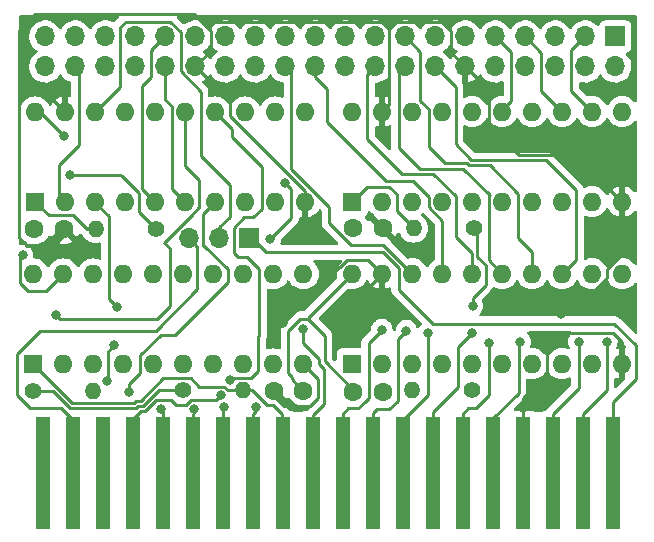
<source format=gbr>
%TF.GenerationSoftware,KiCad,Pcbnew,(6.0.7)*%
%TF.CreationDate,2023-01-26T09:38:32+00:00*%
%TF.ProjectId,CoCo_FPGA_Hat,436f436f-5f46-4504-9741-5f4861742e6b,0*%
%TF.SameCoordinates,Original*%
%TF.FileFunction,Copper,L2,Bot*%
%TF.FilePolarity,Positive*%
%FSLAX46Y46*%
G04 Gerber Fmt 4.6, Leading zero omitted, Abs format (unit mm)*
G04 Created by KiCad (PCBNEW (6.0.7)) date 2023-01-26 09:38:32*
%MOMM*%
%LPD*%
G01*
G04 APERTURE LIST*
%TA.AperFunction,ComponentPad*%
%ADD10C,1.400000*%
%TD*%
%TA.AperFunction,ComponentPad*%
%ADD11O,1.400000X1.400000*%
%TD*%
%TA.AperFunction,ComponentPad*%
%ADD12C,1.600000*%
%TD*%
%TA.AperFunction,ComponentPad*%
%ADD13R,1.600000X1.600000*%
%TD*%
%TA.AperFunction,ComponentPad*%
%ADD14O,1.600000X1.600000*%
%TD*%
%TA.AperFunction,SMDPad,CuDef*%
%ADD15R,1.270000X9.525000*%
%TD*%
%TA.AperFunction,ComponentPad*%
%ADD16R,1.700000X1.700000*%
%TD*%
%TA.AperFunction,ComponentPad*%
%ADD17O,1.700000X1.700000*%
%TD*%
%TA.AperFunction,ViaPad*%
%ADD18C,0.800000*%
%TD*%
%TA.AperFunction,Conductor*%
%ADD19C,0.250000*%
%TD*%
G04 APERTURE END LIST*
D10*
%TO.P,R1,1*%
%TO.N,Vdd*%
X75500000Y-64850000D03*
D11*
%TO.P,R1,2*%
%TO.N,Net-(P1-Pad18)*%
X80580000Y-64850000D03*
%TD*%
D12*
%TO.P,C3,1*%
%TO.N,GNDREF*%
X92430000Y-51110000D03*
%TO.P,C3,2*%
%TO.N,Vdd*%
X89930000Y-51110000D03*
%TD*%
%TO.P,C2,1*%
%TO.N,GNDREF*%
X92430000Y-64980000D03*
%TO.P,C2,2*%
%TO.N,Vdd*%
X89930000Y-64980000D03*
%TD*%
D13*
%TO.P,U1,1,DIR*%
%TO.N,Net-(P1-Pad18)*%
X62840000Y-62600000D03*
D14*
%TO.P,U1,2,A1*%
%TO.N,C_D0*%
X65380000Y-62600000D03*
%TO.P,U1,3,A2*%
%TO.N,C_D1*%
X67920000Y-62600000D03*
%TO.P,U1,4,A3*%
%TO.N,C_D2*%
X70460000Y-62600000D03*
%TO.P,U1,5,A4*%
%TO.N,C_D3*%
X73000000Y-62600000D03*
%TO.P,U1,6,A5*%
%TO.N,C_D4*%
X75540000Y-62600000D03*
%TO.P,U1,7,A6*%
%TO.N,C_D5*%
X78080000Y-62600000D03*
%TO.P,U1,8,A7*%
%TO.N,C_D6*%
X80620000Y-62600000D03*
%TO.P,U1,9,A8*%
%TO.N,C_D7*%
X83160000Y-62600000D03*
%TO.P,U1,10,GND*%
%TO.N,GNDREF*%
X85700000Y-62600000D03*
%TO.P,U1,11,B8*%
%TO.N,D7*%
X85700000Y-54980000D03*
%TO.P,U1,12,B7*%
%TO.N,D6*%
X83160000Y-54980000D03*
%TO.P,U1,13,B6*%
%TO.N,D5*%
X80620000Y-54980000D03*
%TO.P,U1,14,B5*%
%TO.N,D4*%
X78080000Y-54980000D03*
%TO.P,U1,15,B4*%
%TO.N,D3*%
X75540000Y-54980000D03*
%TO.P,U1,16,B3*%
%TO.N,D2*%
X73000000Y-54980000D03*
%TO.P,U1,17,B2*%
%TO.N,D1*%
X70460000Y-54980000D03*
%TO.P,U1,18,B1*%
%TO.N,D0*%
X67920000Y-54980000D03*
%TO.P,U1,19,/OE*%
%TO.N,{slash}C_BUSDIR*%
X65380000Y-54980000D03*
%TO.P,U1,20,Vcc*%
%TO.N,Vdd*%
X62840000Y-54980000D03*
%TD*%
D13*
%TO.P,U3,1,DIR*%
%TO.N,Net-(R3-Pad2)*%
X89845000Y-48860000D03*
D14*
%TO.P,U3,2,A1*%
%TO.N,A3*%
X92385000Y-48860000D03*
%TO.P,U3,3,A2*%
%TO.N,A5*%
X94925000Y-48860000D03*
%TO.P,U3,4,A3*%
%TO.N,A7*%
X97465000Y-48860000D03*
%TO.P,U3,5,A4*%
%TO.N,A9*%
X100005000Y-48860000D03*
%TO.P,U3,6,A5*%
%TO.N,A11*%
X102545000Y-48860000D03*
%TO.P,U3,7,A6*%
%TO.N,\u002ACTS*%
X105085000Y-48860000D03*
%TO.P,U3,8,A7*%
%TO.N,\u002ASCS*%
X107625000Y-48860000D03*
%TO.P,U3,9,A8*%
%TO.N,A14*%
X110165000Y-48860000D03*
%TO.P,U3,10,GND*%
%TO.N,GNDREF*%
X112705000Y-48860000D03*
%TO.P,U3,11,B8*%
%TO.N,C_A14*%
X112705000Y-41240000D03*
%TO.P,U3,12,B7*%
%TO.N,\u002AC_SCS*%
X110165000Y-41240000D03*
%TO.P,U3,13,B6*%
%TO.N,\u002AC_CTS*%
X107625000Y-41240000D03*
%TO.P,U3,14,B5*%
%TO.N,C_A11*%
X105085000Y-41240000D03*
%TO.P,U3,15,B4*%
%TO.N,C_A9*%
X102545000Y-41240000D03*
%TO.P,U3,16,B3*%
%TO.N,C_A7*%
X100005000Y-41240000D03*
%TO.P,U3,17,B2*%
%TO.N,C_A5*%
X97465000Y-41240000D03*
%TO.P,U3,18,B1*%
%TO.N,C_A3*%
X94925000Y-41240000D03*
%TO.P,U3,19,/OE*%
%TO.N,GNDREF*%
X92385000Y-41240000D03*
%TO.P,U3,20,Vcc*%
%TO.N,Vdd*%
X89845000Y-41240000D03*
%TD*%
D15*
%TO.P,P1,2,+12V*%
%TO.N,unconnected-(P1-Pad2)*%
X63665000Y-71829000D03*
%TO.P,P1,4,~{NMI}*%
%TO.N,\u002ANMI*%
X66205000Y-71829000D03*
%TO.P,P1,6,E*%
%TO.N,unconnected-(P1-Pad6)*%
X68745000Y-71829000D03*
%TO.P,P1,8,~{CART}*%
%TO.N,\u002ACART*%
X71285000Y-71829000D03*
%TO.P,P1,10,D0*%
%TO.N,D0*%
X73825000Y-71829000D03*
%TO.P,P1,12,D2*%
%TO.N,D2*%
X76365000Y-71829000D03*
%TO.P,P1,14,D4*%
%TO.N,D4*%
X78905000Y-71829000D03*
%TO.P,P1,16,D6*%
%TO.N,D6*%
X81445000Y-71829000D03*
%TO.P,P1,18,R/~{W}*%
%TO.N,Net-(P1-Pad18)*%
X83985000Y-71829000D03*
%TO.P,P1,20,A1*%
%TO.N,A1*%
X86525000Y-71829000D03*
%TO.P,P1,22,A3*%
%TO.N,A3*%
X89065000Y-71829000D03*
%TO.P,P1,24,A5*%
%TO.N,A5*%
X91605000Y-71829000D03*
%TO.P,P1,26,A7*%
%TO.N,A7*%
X94145000Y-71829000D03*
%TO.P,P1,28,A9*%
%TO.N,A9*%
X96685000Y-71829000D03*
%TO.P,P1,30,A11*%
%TO.N,A11*%
X99225000Y-71829000D03*
%TO.P,P1,32,~{CTS}*%
%TO.N,\u002ACTS*%
X101765000Y-71829000D03*
%TO.P,P1,34,GND@2*%
%TO.N,GNDREF*%
X104305000Y-71829000D03*
%TO.P,P1,36,~{SCS}*%
%TO.N,\u002ASCS*%
X106845000Y-71829000D03*
%TO.P,P1,38,A14*%
%TO.N,A14*%
X109385000Y-71829000D03*
%TO.P,P1,40,~{SLENB}*%
%TO.N,\u002ASLENB*%
X111925000Y-71829000D03*
%TD*%
D10*
%TO.P,R2,1*%
%TO.N,Vdd*%
X99950000Y-64810000D03*
D11*
%TO.P,R2,2*%
%TO.N,Net-(R2-Pad2)*%
X94870000Y-64810000D03*
%TD*%
D12*
%TO.P,C1,1*%
%TO.N,GNDREF*%
X83220000Y-64860000D03*
%TO.P,C1,2*%
%TO.N,Vdd*%
X85720000Y-64860000D03*
%TD*%
%TO.P,C4,1*%
%TO.N,GNDREF*%
X65440000Y-51170000D03*
%TO.P,C4,2*%
%TO.N,Vdd*%
X62940000Y-51170000D03*
%TD*%
D10*
%TO.P,R3,1*%
%TO.N,Vdd*%
X100120000Y-51130000D03*
D11*
%TO.P,R3,2*%
%TO.N,Net-(R3-Pad2)*%
X95040000Y-51130000D03*
%TD*%
D13*
%TO.P,U4,1,DIR*%
%TO.N,Net-(R4-Pad2)*%
X62995000Y-48900000D03*
D14*
%TO.P,U4,2,A1*%
%TO.N,\u002AC_NMI_SLENB*%
X65535000Y-48900000D03*
%TO.P,U4,3,A2*%
%TO.N,\u002ARESET*%
X68075000Y-48900000D03*
%TO.P,U4,4,A3*%
%TO.N,\u002ARW*%
X70615000Y-48900000D03*
%TO.P,U4,5,A4*%
%TO.N,\u002AC_HALT*%
X73155000Y-48900000D03*
%TO.P,U4,6,A5*%
%TO.N,\u002AC_CART*%
X75695000Y-48900000D03*
%TO.P,U4,7,A6*%
%TO.N,Q*%
X78235000Y-48900000D03*
%TO.P,U4,8,A7*%
%TO.N,A1*%
X80775000Y-48900000D03*
%TO.P,U4,9,A8*%
%TO.N,A0*%
X83315000Y-48900000D03*
%TO.P,U4,10,GND*%
%TO.N,GNDREF*%
X85855000Y-48900000D03*
%TO.P,U4,11,B8*%
%TO.N,C_A0*%
X85855000Y-41280000D03*
%TO.P,U4,12,B7*%
%TO.N,C_A1*%
X83315000Y-41280000D03*
%TO.P,U4,13,B6*%
%TO.N,C_Q*%
X80775000Y-41280000D03*
%TO.P,U4,14,B5*%
%TO.N,\u002ACART*%
X78235000Y-41280000D03*
%TO.P,U4,15,B4*%
%TO.N,\u002AHALT*%
X75695000Y-41280000D03*
%TO.P,U4,16,B3*%
%TO.N,\u002AC_RW*%
X73155000Y-41280000D03*
%TO.P,U4,17,B2*%
%TO.N,\u002AC_RESET*%
X70615000Y-41280000D03*
%TO.P,U4,18,B1*%
%TO.N,\u002ANMI_SLENB*%
X68075000Y-41280000D03*
%TO.P,U4,19,/OE*%
%TO.N,GNDREF*%
X65535000Y-41280000D03*
%TO.P,U4,20,Vcc*%
%TO.N,Vdd*%
X62995000Y-41280000D03*
%TD*%
D13*
%TO.P,U2,1,DIR*%
%TO.N,Net-(R2-Pad2)*%
X89840000Y-62590000D03*
D14*
%TO.P,U2,2,A1*%
%TO.N,A2*%
X92380000Y-62590000D03*
%TO.P,U2,3,A2*%
%TO.N,A4*%
X94920000Y-62590000D03*
%TO.P,U2,4,A3*%
%TO.N,A6*%
X97460000Y-62590000D03*
%TO.P,U2,5,A4*%
%TO.N,A8*%
X100000000Y-62590000D03*
%TO.P,U2,6,A5*%
%TO.N,A10*%
X102540000Y-62590000D03*
%TO.P,U2,7,A6*%
%TO.N,A12*%
X105080000Y-62590000D03*
%TO.P,U2,8,A7*%
%TO.N,A13*%
X107620000Y-62590000D03*
%TO.P,U2,9,A8*%
%TO.N,A15*%
X110160000Y-62590000D03*
%TO.P,U2,10,GND*%
%TO.N,GNDREF*%
X112700000Y-62590000D03*
%TO.P,U2,11,B8*%
%TO.N,C_A15*%
X112700000Y-54970000D03*
%TO.P,U2,12,B7*%
%TO.N,C_A13*%
X110160000Y-54970000D03*
%TO.P,U2,13,B6*%
%TO.N,C_A12*%
X107620000Y-54970000D03*
%TO.P,U2,14,B5*%
%TO.N,C_A10*%
X105080000Y-54970000D03*
%TO.P,U2,15,B4*%
%TO.N,C_A8*%
X102540000Y-54970000D03*
%TO.P,U2,16,B3*%
%TO.N,C_A6*%
X100000000Y-54970000D03*
%TO.P,U2,17,B2*%
%TO.N,C_A4*%
X97460000Y-54970000D03*
%TO.P,U2,18,B1*%
%TO.N,C_A2*%
X94920000Y-54970000D03*
%TO.P,U2,19,/OE*%
%TO.N,GNDREF*%
X92380000Y-54970000D03*
%TO.P,U2,20,Vcc*%
%TO.N,Vdd*%
X89840000Y-54970000D03*
%TD*%
D10*
%TO.P,R4,1*%
%TO.N,Vdd*%
X73210000Y-51160000D03*
D11*
%TO.P,R4,2*%
%TO.N,Net-(R4-Pad2)*%
X68130000Y-51160000D03*
%TD*%
D16*
%TO.P,IDC1,1,Pin_1*%
%TO.N,unconnected-(IDC1-Pad1)*%
X112125000Y-34885000D03*
D17*
%TO.P,IDC1,2,Pin_2*%
%TO.N,C_A15*%
X112125000Y-37425000D03*
%TO.P,IDC1,3,Pin_3*%
%TO.N,\u002AC_SCS*%
X109585000Y-34885000D03*
%TO.P,IDC1,4,Pin_4*%
%TO.N,C_A13*%
X109585000Y-37425000D03*
%TO.P,IDC1,5,Pin_5*%
%TO.N,C_A14*%
X107045000Y-34885000D03*
%TO.P,IDC1,6,Pin_6*%
%TO.N,C_A11*%
X107045000Y-37425000D03*
%TO.P,IDC1,7,Pin_7*%
%TO.N,\u002AC_CTS*%
X104505000Y-34885000D03*
%TO.P,IDC1,8,Pin_8*%
%TO.N,C_A7*%
X104505000Y-37425000D03*
%TO.P,IDC1,9,Pin_9*%
%TO.N,C_A9*%
X101965000Y-34885000D03*
%TO.P,IDC1,10,Pin_10*%
%TO.N,C_A5*%
X101965000Y-37425000D03*
%TO.P,IDC1,11,Pin_11*%
%TO.N,unconnected-(IDC1-Pad11)*%
X99425000Y-34885000D03*
%TO.P,IDC1,12,Pin_12*%
%TO.N,GNDREF*%
X99425000Y-37425000D03*
%TO.P,IDC1,13,Pin_13*%
%TO.N,C_A3*%
X96885000Y-34885000D03*
%TO.P,IDC1,14,Pin_14*%
%TO.N,C_A12*%
X96885000Y-37425000D03*
%TO.P,IDC1,15,Pin_15*%
%TO.N,C_A10*%
X94345000Y-34885000D03*
%TO.P,IDC1,16,Pin_16*%
%TO.N,C_A8*%
X94345000Y-37425000D03*
%TO.P,IDC1,17,Pin_17*%
%TO.N,{slash}C_BUSDIR*%
X91805000Y-34885000D03*
%TO.P,IDC1,18,Pin_18*%
%TO.N,C_A6*%
X91805000Y-37425000D03*
%TO.P,IDC1,19,Pin_19*%
%TO.N,unconnected-(IDC1-Pad19)*%
X89265000Y-34885000D03*
%TO.P,IDC1,20,Pin_20*%
%TO.N,C_A0*%
X89265000Y-37425000D03*
%TO.P,IDC1,21,Pin_21*%
%TO.N,unconnected-(IDC1-Pad21)*%
X86725000Y-34885000D03*
%TO.P,IDC1,22,Pin_22*%
%TO.N,C_A4*%
X86725000Y-37425000D03*
%TO.P,IDC1,23,Pin_23*%
%TO.N,C_A1*%
X84185000Y-34885000D03*
%TO.P,IDC1,24,Pin_24*%
%TO.N,C_A2*%
X84185000Y-37425000D03*
%TO.P,IDC1,25,Pin_25*%
%TO.N,C_Q*%
X81645000Y-34885000D03*
%TO.P,IDC1,26,Pin_26*%
%TO.N,C_D7*%
X81645000Y-37425000D03*
%TO.P,IDC1,27,Pin_27*%
%TO.N,C_D5*%
X79105000Y-34885000D03*
%TO.P,IDC1,28,Pin_28*%
%TO.N,C_D6*%
X79105000Y-37425000D03*
%TO.P,IDC1,29,Pin_29*%
%TO.N,Vdd*%
X76565000Y-34885000D03*
%TO.P,IDC1,30,Pin_30*%
%TO.N,GNDREF*%
X76565000Y-37425000D03*
%TO.P,IDC1,31,Pin_31*%
%TO.N,\u002AC_HALT*%
X74025000Y-34885000D03*
%TO.P,IDC1,32,Pin_32*%
%TO.N,\u002AC_CART*%
X74025000Y-37425000D03*
%TO.P,IDC1,33,Pin_33*%
%TO.N,C_D4*%
X71485000Y-34885000D03*
%TO.P,IDC1,34,Pin_34*%
%TO.N,\u002AC_RW*%
X71485000Y-37425000D03*
%TO.P,IDC1,35,Pin_35*%
%TO.N,C_D3*%
X68945000Y-34885000D03*
%TO.P,IDC1,36,Pin_36*%
%TO.N,\u002AC_RESET*%
X68945000Y-37425000D03*
%TO.P,IDC1,37,Pin_37*%
%TO.N,C_D2*%
X66405000Y-34885000D03*
%TO.P,IDC1,38,Pin_38*%
%TO.N,\u002AC_NMI_SLENB*%
X66405000Y-37425000D03*
%TO.P,IDC1,39,Pin_39*%
%TO.N,C_D1*%
X63865000Y-34885000D03*
%TO.P,IDC1,40,Pin_40*%
%TO.N,C_D0*%
X63865000Y-37425000D03*
%TD*%
D16*
%TO.P,J1,1,Pin_1*%
%TO.N,\u002ASLENB*%
X81105000Y-51960000D03*
D17*
%TO.P,J1,2,Pin_2*%
%TO.N,\u002ANMI_SLENB*%
X78565000Y-51960000D03*
%TO.P,J1,3,Pin_3*%
%TO.N,\u002ANMI*%
X76025000Y-51960000D03*
%TD*%
D10*
%TO.P,R6,1*%
%TO.N,Vdd*%
X62830000Y-64870000D03*
D11*
%TO.P,R6,2*%
%TO.N,{slash}C_BUSDIR*%
X67910000Y-64870000D03*
%TD*%
D18*
%TO.N,Vdd*%
X65410000Y-43290000D03*
X65950000Y-46580000D03*
X100030000Y-57690000D03*
%TO.N,C_D7*%
X84139705Y-47260294D03*
X82915201Y-52064799D03*
%TO.N,\u002ASCS*%
X109050000Y-60724500D03*
%TO.N,\u002AHALT*%
X64755500Y-58450000D03*
%TO.N,\u002ARESET*%
X69930000Y-57780000D03*
X69700000Y-61030000D03*
X69095450Y-64034550D03*
%TO.N,Q*%
X70920000Y-64950000D03*
%TO.N,\u002ACART*%
X78697195Y-65254996D03*
X79500000Y-63940000D03*
%TO.N,D0*%
X73638695Y-66419500D03*
%TO.N,D2*%
X76457688Y-66402312D03*
%TO.N,D4*%
X78947299Y-66222701D03*
%TO.N,D6*%
X81687084Y-66217083D03*
%TO.N,A1*%
X85660000Y-59610000D03*
%TO.N,A3*%
X92360000Y-59710000D03*
%TO.N,A5*%
X94430000Y-59790000D03*
%TO.N,A7*%
X96260000Y-60010000D03*
%TO.N,A9*%
X99990000Y-60010000D03*
%TO.N,A11*%
X101430000Y-60840000D03*
%TO.N,\u002ACTS*%
X104090000Y-60740000D03*
%TO.N,A14*%
X111400000Y-60724500D03*
%TO.N,GNDREF*%
X84020000Y-59180000D03*
X104305000Y-66135000D03*
X106360000Y-60740000D03*
X88314500Y-58604085D03*
X107510000Y-58390000D03*
%TO.N,{slash}C_BUSDIR*%
X61940000Y-53410000D03*
%TD*%
D19*
%TO.N,Vdd*%
X65410000Y-43290000D02*
X63400000Y-41280000D01*
X62890000Y-64930000D02*
X64533604Y-64930000D01*
X89840000Y-54970000D02*
X86080000Y-58730000D01*
X71738909Y-66170000D02*
X72136396Y-66170000D01*
X65948604Y-66345000D02*
X71563909Y-66345000D01*
X71563909Y-66345000D02*
X71738909Y-66170000D01*
X100030000Y-56990000D02*
X101130000Y-55890000D01*
X101130000Y-55890000D02*
X101130000Y-54230000D01*
X64533604Y-64930000D02*
X65948604Y-66345000D01*
X86080000Y-58730000D02*
X86080000Y-58800000D01*
X70200000Y-46580000D02*
X65950000Y-46580000D01*
X84760000Y-63900000D02*
X85720000Y-64860000D01*
X100450000Y-53550000D02*
X100450000Y-51460000D01*
X71770000Y-49720000D02*
X71770000Y-48151396D01*
X70340000Y-46720000D02*
X70200000Y-46580000D01*
X73456396Y-64850000D02*
X75500000Y-64850000D01*
X62830000Y-64870000D02*
X62890000Y-64930000D01*
X86080000Y-58800000D02*
X85440000Y-58800000D01*
X63400000Y-41280000D02*
X62995000Y-41280000D01*
X72136396Y-66170000D02*
X73456396Y-64850000D01*
X70850000Y-47231396D02*
X70850000Y-47230000D01*
X87500000Y-60220000D02*
X86080000Y-58800000D01*
X100450000Y-51460000D02*
X100120000Y-51130000D01*
X71770000Y-48151396D02*
X70850000Y-47231396D01*
X70850000Y-47230000D02*
X70340000Y-46720000D01*
X85440000Y-58800000D02*
X84420000Y-59820000D01*
X73210000Y-51160000D02*
X71770000Y-49720000D01*
X84760000Y-63740000D02*
X84760000Y-63900000D01*
X84420000Y-59820000D02*
X84420000Y-63400000D01*
X89930000Y-64830000D02*
X87500000Y-62400000D01*
X100030000Y-57690000D02*
X100030000Y-56990000D01*
X87500000Y-62400000D02*
X87500000Y-60220000D01*
X101130000Y-54230000D02*
X100450000Y-53550000D01*
X84420000Y-63400000D02*
X84760000Y-63740000D01*
%TO.N,\u002AC_NMI_SLENB*%
X65060000Y-48425000D02*
X65535000Y-48900000D01*
X66710000Y-37730000D02*
X66710000Y-44080000D01*
X66710000Y-44080000D02*
X65060000Y-45730000D01*
X66405000Y-37425000D02*
X66710000Y-37730000D01*
X65060000Y-45730000D02*
X65060000Y-48425000D01*
%TO.N,\u002AC_CTS*%
X105870000Y-39485000D02*
X107625000Y-41240000D01*
X104505000Y-34885000D02*
X105870000Y-36250000D01*
X105870000Y-36250000D02*
X105870000Y-39485000D01*
%TO.N,\u002AC_HALT*%
X72030000Y-47775000D02*
X72030000Y-39100000D01*
X72030000Y-39100000D02*
X72820000Y-38310000D01*
X72809999Y-38320001D02*
X72809999Y-36100001D01*
X72840000Y-36070000D02*
X74025000Y-34885000D01*
X73155000Y-48900000D02*
X72030000Y-47775000D01*
X72809999Y-36100001D02*
X74025000Y-34885000D01*
%TO.N,C_A9*%
X101965000Y-34885000D02*
X103320000Y-36240000D01*
X103320000Y-36240000D02*
X103320000Y-40360000D01*
X102545000Y-41135000D02*
X102545000Y-41240000D01*
X103320000Y-40360000D02*
X102545000Y-41135000D01*
%TO.N,C_A10*%
X103890000Y-48180000D02*
X101510000Y-45800000D01*
X94345000Y-34885000D02*
X95619278Y-36159278D01*
X103890000Y-51930000D02*
X103890000Y-48180000D01*
X95619278Y-40343287D02*
X96340000Y-41064009D01*
X99553604Y-45620000D02*
X97710000Y-45620000D01*
X95619278Y-36159278D02*
X95619278Y-40343287D01*
X105080000Y-53120000D02*
X103890000Y-51930000D01*
X96340000Y-41064009D02*
X96340000Y-44250000D01*
X101510000Y-45800000D02*
X99733604Y-45800000D01*
X105080000Y-54970000D02*
X105080000Y-53120000D01*
X96340000Y-44250000D02*
X97710000Y-45620000D01*
X99733604Y-45800000D02*
X99553604Y-45620000D01*
%TO.N,C_A6*%
X100000000Y-54970000D02*
X100000000Y-53240000D01*
X91120000Y-43560000D02*
X91120000Y-38110000D01*
X94080000Y-46520000D02*
X91120000Y-43560000D01*
X98590000Y-51830000D02*
X98590000Y-48394009D01*
X98590000Y-48394009D02*
X96715991Y-46520000D01*
X91120000Y-38110000D02*
X91805000Y-37425000D01*
X96715991Y-46520000D02*
X94080000Y-46520000D01*
X100000000Y-53240000D02*
X98590000Y-51830000D01*
%TO.N,C_A8*%
X101470000Y-48280000D02*
X99260000Y-46070000D01*
X93800000Y-44310000D02*
X93800000Y-37970000D01*
X101420000Y-53850000D02*
X101420000Y-48330000D01*
X99260000Y-46070000D02*
X95560000Y-46070000D01*
X95560000Y-46070000D02*
X93800000Y-44310000D01*
X93800000Y-37970000D02*
X94345000Y-37425000D01*
X102540000Y-54970000D02*
X101420000Y-53850000D01*
X101420000Y-48330000D02*
X101470000Y-48280000D01*
%TO.N,C_A12*%
X107620000Y-54970000D02*
X108800000Y-53790000D01*
X98590000Y-44020000D02*
X98590000Y-39130000D01*
X98590000Y-39130000D02*
X96885000Y-37425000D01*
X99920000Y-45350000D02*
X98590000Y-44020000D01*
X108800000Y-47860000D02*
X106290000Y-45350000D01*
X106290000Y-45350000D02*
X99920000Y-45350000D01*
X108800000Y-53790000D02*
X108800000Y-47860000D01*
%TO.N,C_A2*%
X84185000Y-37425000D02*
X84680000Y-37920000D01*
X87880000Y-49334009D02*
X87880000Y-50650991D01*
X89739009Y-52510000D02*
X92460000Y-52510000D01*
X87880000Y-50650991D02*
X89739009Y-52510000D01*
X84680000Y-46134009D02*
X87880000Y-49334009D01*
X92460000Y-52510000D02*
X94920000Y-54970000D01*
X84680000Y-37920000D02*
X84680000Y-46134009D01*
%TO.N,C_A4*%
X92730000Y-47140000D02*
X87750000Y-42160000D01*
X96340000Y-48460000D02*
X95020000Y-47140000D01*
X96340000Y-49350000D02*
X96340000Y-48460000D01*
X95020000Y-47140000D02*
X92730000Y-47140000D01*
X97460000Y-54970000D02*
X97460000Y-50470000D01*
X86725000Y-38285000D02*
X86725000Y-37425000D01*
X87750000Y-42160000D02*
X87750000Y-39310000D01*
X87750000Y-39310000D02*
X86725000Y-38285000D01*
X97460000Y-50470000D02*
X96340000Y-49350000D01*
%TO.N,C_D7*%
X84690000Y-50290000D02*
X84690000Y-47810589D01*
X84690000Y-47810589D02*
X84139705Y-47260294D01*
X82915201Y-52064799D02*
X84690000Y-50290000D01*
%TO.N,\u002ASLENB*%
X82550000Y-53150000D02*
X81360000Y-51960000D01*
X113830000Y-63900000D02*
X113830000Y-61000000D01*
X112050000Y-59220000D02*
X96680000Y-59220000D01*
X111925000Y-71829000D02*
X111925000Y-65805000D01*
X93790000Y-54500000D02*
X92440000Y-53150000D01*
X111925000Y-65805000D02*
X113830000Y-63900000D01*
X81360000Y-51960000D02*
X81105000Y-51960000D01*
X92440000Y-53150000D02*
X82550000Y-53150000D01*
X96680000Y-59220000D02*
X93790000Y-56330000D01*
X113830000Y-61000000D02*
X112050000Y-59220000D01*
X93790000Y-56330000D02*
X93790000Y-54500000D01*
%TO.N,\u002ANMI_SLENB*%
X74431701Y-33630000D02*
X70650000Y-33630000D01*
X77028199Y-44998199D02*
X77028199Y-39549900D01*
X70650000Y-33630000D02*
X70160000Y-34120000D01*
X78565000Y-51960000D02*
X78565000Y-51045000D01*
X75320000Y-34518299D02*
X74431701Y-33630000D01*
X77028199Y-39549900D02*
X75320000Y-37841701D01*
X79480000Y-50130000D02*
X79480000Y-47450000D01*
X78565000Y-51045000D02*
X79480000Y-50130000D01*
X75320000Y-37841701D02*
X75320000Y-34518299D01*
X70160000Y-34120000D02*
X70160000Y-39195000D01*
X79480000Y-47450000D02*
X77028199Y-44998199D01*
X70160000Y-39195000D02*
X68075000Y-41280000D01*
%TO.N,\u002ASCS*%
X109025699Y-64635801D02*
X106845000Y-66816500D01*
X109025699Y-60748801D02*
X109025699Y-64635801D01*
X109050000Y-60724500D02*
X109025699Y-60748801D01*
X106845000Y-66816500D02*
X106845000Y-71829000D01*
%TO.N,\u002AHALT*%
X75695000Y-45875000D02*
X75695000Y-41280000D01*
X76890000Y-47070000D02*
X75695000Y-45875000D01*
X73350000Y-58790000D02*
X65095500Y-58790000D01*
X76200000Y-50050000D02*
X76890000Y-49360000D01*
X73920000Y-52340000D02*
X74409301Y-52829301D01*
X73920000Y-52340000D02*
X76200000Y-50060000D01*
X74409301Y-52829301D02*
X74409301Y-57730699D01*
X76890000Y-49360000D02*
X76890000Y-47070000D01*
X65095500Y-58790000D02*
X64755500Y-58450000D01*
X76200000Y-50060000D02*
X76200000Y-50050000D01*
X74409301Y-57730699D02*
X73350000Y-58790000D01*
%TO.N,\u002ANMI*%
X63440000Y-59780000D02*
X73190000Y-59780000D01*
X66205000Y-71829000D02*
X66205000Y-67334222D01*
X62550000Y-66300000D02*
X61467821Y-65217821D01*
X66205000Y-67334222D02*
X65170778Y-66300000D01*
X61467821Y-61752179D02*
X63440000Y-59780000D01*
X76740000Y-52675000D02*
X76025000Y-51960000D01*
X65170778Y-66300000D02*
X62550000Y-66300000D01*
X76740000Y-56230000D02*
X76740000Y-52675000D01*
X61467821Y-65217821D02*
X61467821Y-61752179D01*
X73190000Y-59780000D02*
X76740000Y-56230000D01*
%TO.N,\u002ARESET*%
X69155000Y-63975000D02*
X69155000Y-61575000D01*
X69240000Y-50126201D02*
X68075000Y-48961201D01*
X68075000Y-48961201D02*
X68075000Y-48900000D01*
X69240000Y-57090000D02*
X69930000Y-57780000D01*
X69155000Y-61575000D02*
X69700000Y-61030000D01*
X69095450Y-64034550D02*
X69155000Y-63975000D01*
X69240000Y-54120000D02*
X69240000Y-50126201D01*
X69240000Y-54120000D02*
X69240000Y-57090000D01*
%TO.N,Q*%
X78235000Y-48900000D02*
X77230000Y-49905000D01*
X71875000Y-61875000D02*
X71875000Y-63375000D01*
X74870000Y-60130000D02*
X73620000Y-60130000D01*
X71875000Y-63375000D02*
X70920000Y-64330000D01*
X77230000Y-52630000D02*
X77320992Y-52630000D01*
X73620000Y-60130000D02*
X71875000Y-61875000D01*
X70920000Y-64330000D02*
X70920000Y-64950000D01*
X77320992Y-52630000D02*
X79290000Y-54599009D01*
X79290000Y-54599009D02*
X79290000Y-55710000D01*
X79290000Y-55710000D02*
X74870000Y-60130000D01*
X77230000Y-49905000D02*
X77230000Y-52630000D01*
%TO.N,\u002ACART*%
X76174695Y-65660000D02*
X78292191Y-65660000D01*
X81970000Y-54530000D02*
X80970000Y-53530000D01*
X72322792Y-66620000D02*
X73247792Y-65695000D01*
X74505000Y-65695000D02*
X74900000Y-66090000D01*
X75744695Y-66090000D02*
X76174695Y-65660000D01*
X80680000Y-50190000D02*
X81480000Y-50190000D01*
X73247792Y-65695000D02*
X74505000Y-65695000D01*
X79800000Y-51070000D02*
X80680000Y-50190000D01*
X81270000Y-63820000D02*
X81900000Y-63190000D01*
X82190000Y-45970000D02*
X79640000Y-43420000D01*
X81480000Y-50190000D02*
X82190000Y-49480000D01*
X71925305Y-66620000D02*
X72322792Y-66620000D01*
X81900000Y-63190000D02*
X81900000Y-60274695D01*
X81900000Y-60274695D02*
X81970000Y-60204695D01*
X79640000Y-42685000D02*
X78235000Y-41280000D01*
X79640000Y-43420000D02*
X79640000Y-42685000D01*
X80970000Y-53530000D02*
X80143556Y-53530000D01*
X71285000Y-67260305D02*
X71925305Y-66620000D01*
X81970000Y-60204695D02*
X81970000Y-54530000D01*
X74900000Y-66090000D02*
X75744695Y-66090000D01*
X78292191Y-65660000D02*
X78697195Y-65254996D01*
X79800000Y-53186444D02*
X79800000Y-51070000D01*
X82190000Y-49480000D02*
X82190000Y-45970000D01*
X80143556Y-53530000D02*
X79800000Y-53186444D01*
X71285000Y-71829000D02*
X71285000Y-67260305D01*
X79620000Y-63820000D02*
X81270000Y-63820000D01*
%TO.N,D0*%
X73825000Y-66605805D02*
X73638695Y-66419500D01*
X73825000Y-71829000D02*
X73825000Y-66605805D01*
%TO.N,D2*%
X76457688Y-66402312D02*
X76457688Y-66723812D01*
X76457688Y-66723812D02*
X76365000Y-66816500D01*
X76365000Y-66816500D02*
X76365000Y-71829000D01*
%TO.N,D4*%
X78905000Y-66265000D02*
X78905000Y-71829000D01*
X78947299Y-66222701D02*
X78905000Y-66265000D01*
%TO.N,D6*%
X81445000Y-66816500D02*
X81445000Y-71829000D01*
X81687084Y-66217083D02*
X81687084Y-66574416D01*
X81687084Y-66574416D02*
X81445000Y-66816500D01*
%TO.N,A1*%
X87050000Y-62190000D02*
X87050000Y-62586396D01*
X87460000Y-62996396D02*
X87460000Y-66040000D01*
X85660000Y-59610000D02*
X85660000Y-60800000D01*
X87050000Y-62586396D02*
X87460000Y-62996396D01*
X85660000Y-60800000D02*
X87050000Y-62190000D01*
X86525000Y-66975000D02*
X86525000Y-71829000D01*
X87460000Y-66040000D02*
X86525000Y-66975000D01*
%TO.N,A3*%
X91250000Y-65470000D02*
X90885000Y-65835000D01*
X92360000Y-59710000D02*
X91250000Y-60820000D01*
X91250000Y-60820000D02*
X91250000Y-65470000D01*
X90360000Y-66360000D02*
X90885000Y-65835000D01*
X89065000Y-66816500D02*
X89521500Y-66360000D01*
X89065000Y-71829000D02*
X89065000Y-66816500D01*
X89521500Y-66360000D02*
X90360000Y-66360000D01*
%TO.N,A5*%
X93706410Y-60513590D02*
X93706410Y-65753590D01*
X91605000Y-66795000D02*
X91605000Y-71829000D01*
X94430000Y-59790000D02*
X93706410Y-60513590D01*
X93706410Y-65753590D02*
X93000000Y-66460000D01*
X91940000Y-66460000D02*
X91605000Y-66795000D01*
X93000000Y-66460000D02*
X91940000Y-66460000D01*
%TO.N,A7*%
X96280000Y-65199222D02*
X94145000Y-67334222D01*
X94145000Y-67334222D02*
X94145000Y-71829000D01*
X96260000Y-60010000D02*
X96280000Y-60030000D01*
X96280000Y-60030000D02*
X96280000Y-65199222D01*
%TO.N,A9*%
X96685000Y-66715000D02*
X96685000Y-71829000D01*
X98830000Y-61170000D02*
X98830000Y-64570000D01*
X98830000Y-64570000D02*
X96685000Y-66715000D01*
X99990000Y-60010000D02*
X98830000Y-61170000D01*
%TO.N,A11*%
X101400000Y-60870000D02*
X101400000Y-65280000D01*
X101430000Y-60840000D02*
X101400000Y-60870000D01*
X99681500Y-66360000D02*
X99225000Y-66816500D01*
X100320000Y-66360000D02*
X99681500Y-66360000D01*
X101400000Y-65280000D02*
X100320000Y-66360000D01*
X99225000Y-66816500D02*
X99225000Y-71829000D01*
%TO.N,\u002ACTS*%
X101765000Y-67225000D02*
X101765000Y-71829000D01*
X103925699Y-65064301D02*
X101765000Y-67225000D01*
X103925699Y-60904301D02*
X103925699Y-65064301D01*
X104090000Y-60740000D02*
X103925699Y-60904301D01*
%TO.N,A14*%
X109385000Y-66816500D02*
X109385000Y-71829000D01*
X111390000Y-60734500D02*
X111390000Y-64811500D01*
X111390000Y-64811500D02*
X109385000Y-66816500D01*
X111400000Y-60724500D02*
X111390000Y-60734500D01*
%TO.N,GNDREF*%
X106360000Y-60740000D02*
X106330000Y-60770000D01*
X61610000Y-34360000D02*
X61610000Y-39220000D01*
X86270000Y-66190000D02*
X84090000Y-66190000D01*
X88314500Y-58604085D02*
X88745915Y-58604085D01*
X101413199Y-39413199D02*
X101413199Y-42356801D01*
X79490000Y-41585991D02*
X85855000Y-47950991D01*
X111920000Y-60000000D02*
X107100000Y-60000000D01*
X64480000Y-52620000D02*
X65110000Y-51990000D01*
X84020000Y-59130000D02*
X84020000Y-59180000D01*
X104305000Y-65525000D02*
X104305000Y-66135000D01*
X97450000Y-33650000D02*
X98250000Y-34450000D01*
X76565000Y-37425000D02*
X79390000Y-40250000D01*
X77890000Y-34410000D02*
X76460000Y-32980000D01*
X65120000Y-51990000D02*
X65440000Y-51670000D01*
X61610000Y-51900000D02*
X62330000Y-52620000D01*
X108745000Y-44900000D02*
X112705000Y-48860000D01*
X91180000Y-53770000D02*
X89380000Y-53770000D01*
X65535000Y-41280000D02*
X63815000Y-39560000D01*
X86980000Y-63880000D02*
X86980000Y-65480000D01*
X101413199Y-42356801D02*
X103956398Y-44900000D01*
X61610000Y-39220000D02*
X61610000Y-51900000D01*
X83220000Y-65320000D02*
X83220000Y-64860000D01*
X92980000Y-34270000D02*
X93600000Y-33650000D01*
X61950000Y-39560000D02*
X61610000Y-39220000D01*
X79390000Y-40250000D02*
X79430000Y-40250000D01*
X92980000Y-40645000D02*
X92980000Y-34270000D01*
X112700000Y-60780000D02*
X111920000Y-60000000D01*
X101413199Y-39413199D02*
X99425000Y-37425000D01*
X98250000Y-36250000D02*
X99425000Y-37425000D01*
X89380000Y-53770000D02*
X84020000Y-59130000D01*
X76460000Y-32980000D02*
X62990000Y-32980000D01*
X104305000Y-66135000D02*
X104305000Y-71829000D01*
X111400000Y-54770000D02*
X111400000Y-55320991D01*
X65440000Y-51670000D02*
X65440000Y-51170000D01*
X79490000Y-40310000D02*
X79490000Y-41585991D01*
X111400000Y-55320991D02*
X108330991Y-58390000D01*
X63815000Y-39560000D02*
X61950000Y-39560000D01*
X86980000Y-65480000D02*
X86270000Y-66190000D01*
X106330000Y-63500000D02*
X104305000Y-65525000D01*
X112705000Y-53275000D02*
X111400000Y-54580000D01*
X62330000Y-52620000D02*
X64480000Y-52620000D01*
X77890000Y-36100000D02*
X77890000Y-34410000D01*
X93600000Y-33650000D02*
X97450000Y-33650000D01*
X85855000Y-47950991D02*
X85855000Y-48900000D01*
X92380000Y-54970000D02*
X91180000Y-53770000D01*
X88745915Y-58604085D02*
X92380000Y-54970000D01*
X77140000Y-33660000D02*
X76460000Y-32980000D01*
X107100000Y-60000000D02*
X106360000Y-60740000D01*
X79430000Y-40250000D02*
X79490000Y-40310000D01*
X65110000Y-51990000D02*
X65120000Y-51990000D01*
X106330000Y-60770000D02*
X106330000Y-63500000D01*
X92370000Y-33660000D02*
X77140000Y-33660000D01*
X103956398Y-44900000D02*
X108745000Y-44900000D01*
X62990000Y-32980000D02*
X61610000Y-34360000D01*
X76565000Y-37425000D02*
X77890000Y-36100000D01*
X85700000Y-62600000D02*
X86980000Y-63880000D01*
X112705000Y-48860000D02*
X112705000Y-53275000D01*
X98250000Y-34450000D02*
X98250000Y-36250000D01*
X92385000Y-41240000D02*
X92980000Y-40645000D01*
X112700000Y-62590000D02*
X112700000Y-60780000D01*
X84090000Y-66190000D02*
X83220000Y-65320000D01*
X92980000Y-34270000D02*
X92370000Y-33660000D01*
X111400000Y-54580000D02*
X111400000Y-54770000D01*
X108330991Y-58390000D02*
X107510000Y-58390000D01*
%TO.N,Net-(R3-Pad2)*%
X93610000Y-48230000D02*
X93610000Y-49700000D01*
X92970000Y-47590000D02*
X93610000Y-48230000D01*
X93610000Y-49700000D02*
X95040000Y-51130000D01*
X89845000Y-48860000D02*
X91115000Y-47590000D01*
X91115000Y-47590000D02*
X92970000Y-47590000D01*
%TO.N,Net-(R4-Pad2)*%
X62995000Y-48900000D02*
X64135000Y-50040000D01*
X67350000Y-51160000D02*
X68130000Y-51160000D01*
X64135000Y-50040000D02*
X66230000Y-50040000D01*
X66230000Y-50040000D02*
X67350000Y-51160000D01*
%TO.N,{slash}C_BUSDIR*%
X63960000Y-56400000D02*
X62370000Y-56400000D01*
X62370000Y-56400000D02*
X61690000Y-55720000D01*
X61690000Y-53660000D02*
X61690000Y-55720000D01*
X65380000Y-54980000D02*
X63960000Y-56400000D01*
X61940000Y-53410000D02*
X61690000Y-53660000D01*
%TO.N,\u002AC_SCS*%
X108410000Y-36060000D02*
X108410000Y-39485000D01*
X109585000Y-34885000D02*
X108410000Y-36060000D01*
X108410000Y-39485000D02*
X110165000Y-41240000D01*
%TO.N,Net-(P1-Pad18)*%
X71377513Y-65895000D02*
X66135000Y-65895000D01*
X71552513Y-65720000D02*
X71377513Y-65895000D01*
X76879996Y-64529996D02*
X76175000Y-63825000D01*
X79317504Y-64850000D02*
X78997500Y-64529996D01*
X78997500Y-64529996D02*
X76879996Y-64529996D01*
X80580000Y-64850000D02*
X79317504Y-64850000D01*
X82605306Y-66110000D02*
X83180000Y-66110000D01*
X80580000Y-64850000D02*
X81345306Y-64850000D01*
X73845000Y-63825000D02*
X71950000Y-65720000D01*
X83180000Y-66110000D02*
X83886500Y-66816500D01*
X71950000Y-65720000D02*
X71552513Y-65720000D01*
X76175000Y-63825000D02*
X73845000Y-63825000D01*
X66135000Y-65895000D02*
X62840000Y-62600000D01*
X81345306Y-64850000D02*
X82605306Y-66110000D01*
X83886500Y-66816500D02*
X83886500Y-71730500D01*
X83886500Y-71730500D02*
X83985000Y-71829000D01*
%TO.N,\u002AC_CART*%
X75060000Y-48340000D02*
X75060000Y-48390000D01*
X74560000Y-40810000D02*
X74025000Y-40275000D01*
X74025000Y-40275000D02*
X74025000Y-37425000D01*
X74560000Y-47765000D02*
X75695000Y-48900000D01*
X74560000Y-40810000D02*
X74560000Y-47765000D01*
%TD*%
%TA.AperFunction,Conductor*%
%TO.N,GNDREF*%
G36*
X83264032Y-64560924D02*
G01*
X83309095Y-64589885D01*
X84294287Y-65575077D01*
X84306062Y-65581507D01*
X84318077Y-65572211D01*
X84353934Y-65521002D01*
X84360591Y-65509472D01*
X84411973Y-65460479D01*
X84481687Y-65447042D01*
X84547598Y-65473429D01*
X84578829Y-65509472D01*
X84580153Y-65511765D01*
X84582477Y-65516749D01*
X84615895Y-65564475D01*
X84708431Y-65696629D01*
X84713802Y-65704300D01*
X84875700Y-65866198D01*
X84880208Y-65869355D01*
X84880211Y-65869357D01*
X84890377Y-65876475D01*
X85063251Y-65997523D01*
X85068233Y-65999846D01*
X85068238Y-65999849D01*
X85240264Y-66080065D01*
X85270757Y-66094284D01*
X85276065Y-66095706D01*
X85276067Y-66095707D01*
X85486598Y-66152119D01*
X85486600Y-66152119D01*
X85491913Y-66153543D01*
X85720000Y-66173498D01*
X85948087Y-66153543D01*
X85953400Y-66152119D01*
X85953402Y-66152119D01*
X86163929Y-66095708D01*
X86163932Y-66095707D01*
X86169243Y-66094284D01*
X86172141Y-66092933D01*
X86242283Y-66088475D01*
X86304324Y-66122992D01*
X86337854Y-66185572D01*
X86332228Y-66256346D01*
X86303620Y-66300474D01*
X86132742Y-66471352D01*
X86124462Y-66478887D01*
X86117982Y-66483000D01*
X86112554Y-66488780D01*
X86112553Y-66488781D01*
X86084877Y-66518253D01*
X86023664Y-66554219D01*
X85993027Y-66558000D01*
X85841866Y-66558000D01*
X85779684Y-66564755D01*
X85643295Y-66615885D01*
X85603537Y-66645682D01*
X85537034Y-66670529D01*
X85528031Y-66670855D01*
X85268672Y-66670952D01*
X84982347Y-66671060D01*
X84914219Y-66651084D01*
X84906735Y-66645886D01*
X84866705Y-66615885D01*
X84730316Y-66564755D01*
X84668134Y-66558000D01*
X84545938Y-66558000D01*
X84477817Y-66537998D01*
X84444001Y-66506060D01*
X84420064Y-66473113D01*
X84413548Y-66463193D01*
X84395080Y-66431965D01*
X84395078Y-66431962D01*
X84391042Y-66425138D01*
X84376721Y-66410817D01*
X84363880Y-66395783D01*
X84356632Y-66385807D01*
X84351972Y-66379393D01*
X84317907Y-66351212D01*
X84309126Y-66343222D01*
X83982376Y-66016471D01*
X83963185Y-65981325D01*
X83960266Y-65982859D01*
X83934356Y-65933566D01*
X82949885Y-64949095D01*
X82915859Y-64886783D01*
X82920924Y-64815968D01*
X82949885Y-64770905D01*
X83130905Y-64589885D01*
X83193217Y-64555859D01*
X83264032Y-64560924D01*
G37*
%TD.AperFunction*%
%TA.AperFunction,Conductor*%
G36*
X106418959Y-63155339D02*
G01*
X106464195Y-63207543D01*
X106480151Y-63241762D01*
X106480154Y-63241767D01*
X106482477Y-63246749D01*
X106492636Y-63261257D01*
X106608342Y-63426502D01*
X106613802Y-63434300D01*
X106775700Y-63596198D01*
X106780208Y-63599355D01*
X106780211Y-63599357D01*
X106827689Y-63632601D01*
X106963251Y-63727523D01*
X106968233Y-63729846D01*
X106968238Y-63729849D01*
X107162593Y-63820477D01*
X107170757Y-63824284D01*
X107176065Y-63825706D01*
X107176067Y-63825707D01*
X107386598Y-63882119D01*
X107386600Y-63882119D01*
X107391913Y-63883543D01*
X107620000Y-63903498D01*
X107848087Y-63883543D01*
X107853400Y-63882119D01*
X107853402Y-63882119D01*
X108063933Y-63825707D01*
X108063935Y-63825706D01*
X108069243Y-63824284D01*
X108095990Y-63811812D01*
X108173664Y-63775592D01*
X108212950Y-63757273D01*
X108283141Y-63746612D01*
X108347954Y-63775592D01*
X108386810Y-63835012D01*
X108392199Y-63871468D01*
X108392199Y-64321207D01*
X108372197Y-64389328D01*
X108355294Y-64410302D01*
X107402646Y-65362949D01*
X106452747Y-66312848D01*
X106444461Y-66320388D01*
X106437982Y-66324500D01*
X106432557Y-66330277D01*
X106391357Y-66374151D01*
X106388602Y-66376993D01*
X106368865Y-66396730D01*
X106366385Y-66399927D01*
X106358682Y-66408947D01*
X106328414Y-66441179D01*
X106324595Y-66448125D01*
X106324593Y-66448128D01*
X106318652Y-66458934D01*
X106307801Y-66475453D01*
X106295386Y-66491459D01*
X106293082Y-66496783D01*
X106241881Y-66544591D01*
X106185319Y-66558000D01*
X106161866Y-66558000D01*
X106099684Y-66564755D01*
X105963295Y-66615885D01*
X105956114Y-66621267D01*
X105956112Y-66621268D01*
X105933765Y-66638016D01*
X105867259Y-66662865D01*
X105858271Y-66663190D01*
X105291297Y-66663404D01*
X105223170Y-66643428D01*
X105215686Y-66638230D01*
X105193649Y-66621714D01*
X105178054Y-66613176D01*
X105057606Y-66568022D01*
X105042351Y-66564395D01*
X104991486Y-66558869D01*
X104984672Y-66558500D01*
X104577115Y-66558500D01*
X104561876Y-66562975D01*
X104560671Y-66564365D01*
X104559000Y-66572048D01*
X104559000Y-66663680D01*
X104051000Y-66663871D01*
X104051000Y-66576616D01*
X104046525Y-66561377D01*
X104045135Y-66560172D01*
X104037452Y-66558501D01*
X103631593Y-66558501D01*
X103563472Y-66538499D01*
X103516979Y-66484843D01*
X103506875Y-66414569D01*
X103536369Y-66349989D01*
X103542479Y-66343425D01*
X104317963Y-65567942D01*
X104326237Y-65560413D01*
X104332717Y-65556301D01*
X104340414Y-65548105D01*
X104379342Y-65506650D01*
X104382097Y-65503808D01*
X104401834Y-65484071D01*
X104404314Y-65480874D01*
X104412019Y-65471852D01*
X104436858Y-65445401D01*
X104442285Y-65439622D01*
X104446104Y-65432676D01*
X104446106Y-65432673D01*
X104452047Y-65421867D01*
X104462898Y-65405348D01*
X104470457Y-65395602D01*
X104475313Y-65389342D01*
X104478458Y-65382073D01*
X104478461Y-65382069D01*
X104492873Y-65348764D01*
X104498090Y-65338114D01*
X104519394Y-65299361D01*
X104524432Y-65279738D01*
X104530836Y-65261035D01*
X104535732Y-65249721D01*
X104535732Y-65249720D01*
X104538880Y-65242446D01*
X104540119Y-65234623D01*
X104540122Y-65234613D01*
X104545798Y-65198777D01*
X104548204Y-65187157D01*
X104557227Y-65152012D01*
X104557227Y-65152011D01*
X104559199Y-65144331D01*
X104559199Y-65124077D01*
X104560750Y-65104366D01*
X104562679Y-65092187D01*
X104563919Y-65084358D01*
X104559758Y-65040339D01*
X104559199Y-65028482D01*
X104559199Y-63969317D01*
X104579201Y-63901196D01*
X104632857Y-63854703D01*
X104703131Y-63844599D01*
X104717810Y-63847610D01*
X104846598Y-63882119D01*
X104846600Y-63882119D01*
X104851913Y-63883543D01*
X105080000Y-63903498D01*
X105308087Y-63883543D01*
X105313400Y-63882119D01*
X105313402Y-63882119D01*
X105523933Y-63825707D01*
X105523935Y-63825706D01*
X105529243Y-63824284D01*
X105537407Y-63820477D01*
X105731762Y-63729849D01*
X105731767Y-63729846D01*
X105736749Y-63727523D01*
X105872311Y-63632601D01*
X105919789Y-63599357D01*
X105919792Y-63599355D01*
X105924300Y-63596198D01*
X106086198Y-63434300D01*
X106091659Y-63426502D01*
X106207364Y-63261257D01*
X106217523Y-63246749D01*
X106219846Y-63241767D01*
X106219849Y-63241762D01*
X106235805Y-63207543D01*
X106282722Y-63154258D01*
X106350999Y-63134797D01*
X106418959Y-63155339D01*
G37*
%TD.AperFunction*%
%TA.AperFunction,Conductor*%
G36*
X112507583Y-60576243D02*
G01*
X112524571Y-60590475D01*
X113028340Y-61094244D01*
X113062366Y-61156556D01*
X113057301Y-61227371D01*
X113014754Y-61284207D01*
X112968657Y-61300161D01*
X112958102Y-61307305D01*
X112954000Y-61316884D01*
X112954000Y-63827905D01*
X112933998Y-63896026D01*
X112917096Y-63917000D01*
X112575158Y-64258937D01*
X112238595Y-64595500D01*
X112176283Y-64629525D01*
X112105467Y-64624460D01*
X112048632Y-64581913D01*
X112023821Y-64515393D01*
X112023500Y-64506404D01*
X112023500Y-63915542D01*
X112043502Y-63847421D01*
X112097158Y-63800928D01*
X112167432Y-63790824D01*
X112202749Y-63801347D01*
X112245942Y-63821488D01*
X112256239Y-63825236D01*
X112428503Y-63871394D01*
X112442599Y-63871058D01*
X112446000Y-63863116D01*
X112446000Y-61322033D01*
X112442027Y-61308502D01*
X112433478Y-61307273D01*
X112347678Y-61330263D01*
X112276701Y-61328573D01*
X112217906Y-61288779D01*
X112189958Y-61223514D01*
X112201732Y-61153501D01*
X112205948Y-61145556D01*
X112231223Y-61101779D01*
X112231224Y-61101778D01*
X112234527Y-61096056D01*
X112293542Y-60914428D01*
X112295532Y-60895500D01*
X112312814Y-60731065D01*
X112313504Y-60724500D01*
X112310166Y-60692740D01*
X112322938Y-60622902D01*
X112371440Y-60571055D01*
X112440273Y-60553661D01*
X112507583Y-60576243D01*
G37*
%TD.AperFunction*%
%TA.AperFunction,Conductor*%
G36*
X92576121Y-54736002D02*
G01*
X92622614Y-54789658D01*
X92634000Y-54842000D01*
X92634000Y-56237967D01*
X92637973Y-56251498D01*
X92646522Y-56252727D01*
X92823761Y-56205236D01*
X92834053Y-56201490D01*
X92977250Y-56134716D01*
X93047442Y-56124055D01*
X93112254Y-56153035D01*
X93151111Y-56212455D01*
X93156500Y-56248911D01*
X93156500Y-56251233D01*
X93155973Y-56262416D01*
X93154298Y-56269909D01*
X93154547Y-56277835D01*
X93154547Y-56277836D01*
X93156438Y-56337986D01*
X93156500Y-56341945D01*
X93156500Y-56369856D01*
X93156997Y-56373790D01*
X93156997Y-56373791D01*
X93157005Y-56373856D01*
X93157938Y-56385693D01*
X93159327Y-56429889D01*
X93164978Y-56449339D01*
X93168987Y-56468700D01*
X93171526Y-56488797D01*
X93174445Y-56496168D01*
X93174445Y-56496170D01*
X93187804Y-56529912D01*
X93191649Y-56541142D01*
X93199285Y-56567426D01*
X93203982Y-56583593D01*
X93208015Y-56590412D01*
X93208017Y-56590417D01*
X93214293Y-56601028D01*
X93222988Y-56618776D01*
X93230448Y-56637617D01*
X93235110Y-56644033D01*
X93235110Y-56644034D01*
X93256436Y-56673387D01*
X93262952Y-56683307D01*
X93285458Y-56721362D01*
X93299779Y-56735683D01*
X93312619Y-56750716D01*
X93324528Y-56767107D01*
X93333540Y-56774562D01*
X93358605Y-56795298D01*
X93367384Y-56803288D01*
X95687191Y-59123095D01*
X95721217Y-59185407D01*
X95716152Y-59256222D01*
X95672157Y-59314126D01*
X95648747Y-59331134D01*
X95644326Y-59336044D01*
X95644325Y-59336045D01*
X95579429Y-59408120D01*
X95520960Y-59473056D01*
X95511929Y-59488699D01*
X95509728Y-59492511D01*
X95458347Y-59541505D01*
X95388633Y-59554943D01*
X95322722Y-59528557D01*
X95280775Y-59468450D01*
X95273051Y-59444679D01*
X95264527Y-59418444D01*
X95258567Y-59408120D01*
X95208058Y-59320637D01*
X95169040Y-59253056D01*
X95143877Y-59225109D01*
X95045675Y-59116045D01*
X95045674Y-59116044D01*
X95041253Y-59111134D01*
X94931143Y-59031134D01*
X94892094Y-59002763D01*
X94892093Y-59002762D01*
X94886752Y-58998882D01*
X94880724Y-58996198D01*
X94880722Y-58996197D01*
X94718319Y-58923891D01*
X94718318Y-58923891D01*
X94712288Y-58921206D01*
X94618887Y-58901353D01*
X94531944Y-58882872D01*
X94531939Y-58882872D01*
X94525487Y-58881500D01*
X94334513Y-58881500D01*
X94328061Y-58882872D01*
X94328056Y-58882872D01*
X94241113Y-58901353D01*
X94147712Y-58921206D01*
X94141682Y-58923891D01*
X94141681Y-58923891D01*
X93979278Y-58996197D01*
X93979276Y-58996198D01*
X93973248Y-58998882D01*
X93967907Y-59002762D01*
X93967906Y-59002763D01*
X93928857Y-59031134D01*
X93818747Y-59111134D01*
X93814326Y-59116044D01*
X93814325Y-59116045D01*
X93716124Y-59225109D01*
X93690960Y-59253056D01*
X93651942Y-59320637D01*
X93601434Y-59408120D01*
X93595473Y-59418444D01*
X93536458Y-59600072D01*
X93535768Y-59606633D01*
X93535768Y-59606635D01*
X93524124Y-59717424D01*
X93497111Y-59783081D01*
X93438889Y-59823711D01*
X93367944Y-59826414D01*
X93306800Y-59790332D01*
X93274870Y-59726921D01*
X93273413Y-59710862D01*
X93273504Y-59710000D01*
X93271548Y-59691389D01*
X93254232Y-59526635D01*
X93254232Y-59526633D01*
X93253542Y-59520072D01*
X93194527Y-59338444D01*
X93185376Y-59322593D01*
X93141401Y-59246427D01*
X93099040Y-59173056D01*
X93088659Y-59161526D01*
X92975675Y-59036045D01*
X92975674Y-59036044D01*
X92971253Y-59031134D01*
X92869905Y-58957500D01*
X92822094Y-58922763D01*
X92822093Y-58922762D01*
X92816752Y-58918882D01*
X92810724Y-58916198D01*
X92810722Y-58916197D01*
X92648319Y-58843891D01*
X92648318Y-58843891D01*
X92642288Y-58841206D01*
X92537667Y-58818968D01*
X92461944Y-58802872D01*
X92461939Y-58802872D01*
X92455487Y-58801500D01*
X92264513Y-58801500D01*
X92258061Y-58802872D01*
X92258056Y-58802872D01*
X92182333Y-58818968D01*
X92077712Y-58841206D01*
X92071682Y-58843891D01*
X92071681Y-58843891D01*
X91909278Y-58916197D01*
X91909276Y-58916198D01*
X91903248Y-58918882D01*
X91897907Y-58922762D01*
X91897906Y-58922763D01*
X91850095Y-58957500D01*
X91748747Y-59031134D01*
X91744326Y-59036044D01*
X91744325Y-59036045D01*
X91631342Y-59161526D01*
X91620960Y-59173056D01*
X91578599Y-59246427D01*
X91534625Y-59322593D01*
X91525473Y-59338444D01*
X91466458Y-59520072D01*
X91465768Y-59526633D01*
X91465768Y-59526635D01*
X91449093Y-59685292D01*
X91422080Y-59750949D01*
X91412879Y-59761217D01*
X91134460Y-60039635D01*
X90857742Y-60316353D01*
X90849463Y-60323887D01*
X90842982Y-60328000D01*
X90810377Y-60362721D01*
X90796357Y-60377651D01*
X90793602Y-60380493D01*
X90773865Y-60400230D01*
X90771385Y-60403427D01*
X90763682Y-60412447D01*
X90733414Y-60444679D01*
X90729595Y-60451625D01*
X90729593Y-60451628D01*
X90723652Y-60462434D01*
X90712801Y-60478953D01*
X90700386Y-60494959D01*
X90697241Y-60502228D01*
X90697238Y-60502232D01*
X90682826Y-60535537D01*
X90677609Y-60546187D01*
X90656305Y-60584940D01*
X90654334Y-60592615D01*
X90654334Y-60592616D01*
X90651267Y-60604562D01*
X90644863Y-60623266D01*
X90639984Y-60634542D01*
X90636819Y-60641855D01*
X90635580Y-60649678D01*
X90635577Y-60649688D01*
X90629901Y-60685524D01*
X90627495Y-60697144D01*
X90622157Y-60717935D01*
X90616500Y-60739970D01*
X90616500Y-60760224D01*
X90614949Y-60779934D01*
X90611780Y-60799943D01*
X90612526Y-60807835D01*
X90615941Y-60843961D01*
X90616500Y-60855819D01*
X90616500Y-61155500D01*
X90596498Y-61223621D01*
X90542842Y-61270114D01*
X90490500Y-61281500D01*
X88991866Y-61281500D01*
X88929684Y-61288255D01*
X88793295Y-61339385D01*
X88676739Y-61426739D01*
X88589385Y-61543295D01*
X88538255Y-61679684D01*
X88531500Y-61741866D01*
X88531500Y-62231405D01*
X88511498Y-62299526D01*
X88457842Y-62346019D01*
X88387568Y-62356123D01*
X88322988Y-62326629D01*
X88316405Y-62320500D01*
X88170405Y-62174500D01*
X88136379Y-62112188D01*
X88133500Y-62085405D01*
X88133500Y-60298767D01*
X88134027Y-60287584D01*
X88135702Y-60280091D01*
X88133562Y-60212014D01*
X88133500Y-60208055D01*
X88133500Y-60180144D01*
X88132995Y-60176144D01*
X88132062Y-60164301D01*
X88131963Y-60161134D01*
X88130673Y-60120110D01*
X88125022Y-60100658D01*
X88121014Y-60081306D01*
X88119467Y-60069063D01*
X88118474Y-60061203D01*
X88112310Y-60045634D01*
X88102200Y-60020097D01*
X88098355Y-60008870D01*
X88094188Y-59994527D01*
X88086018Y-59966407D01*
X88081984Y-59959585D01*
X88081981Y-59959579D01*
X88075706Y-59948968D01*
X88067010Y-59931218D01*
X88062472Y-59919756D01*
X88062469Y-59919751D01*
X88059552Y-59912383D01*
X88033573Y-59876625D01*
X88027057Y-59866707D01*
X88016005Y-59848019D01*
X88004542Y-59828637D01*
X87990218Y-59814313D01*
X87977376Y-59799278D01*
X87972171Y-59792114D01*
X87965472Y-59782893D01*
X87931406Y-59754711D01*
X87922627Y-59746722D01*
X87030000Y-58854095D01*
X86995974Y-58791783D01*
X87001039Y-58720968D01*
X87030000Y-58675905D01*
X89426752Y-56279152D01*
X89489064Y-56245127D01*
X89548459Y-56246541D01*
X89606591Y-56262118D01*
X89606602Y-56262120D01*
X89611913Y-56263543D01*
X89840000Y-56283498D01*
X90068087Y-56263543D01*
X90073400Y-56262119D01*
X90073402Y-56262119D01*
X90283933Y-56205707D01*
X90283935Y-56205706D01*
X90289243Y-56204284D01*
X90315754Y-56191922D01*
X90491762Y-56109849D01*
X90491767Y-56109846D01*
X90496749Y-56107523D01*
X90670019Y-55986198D01*
X90679789Y-55979357D01*
X90679792Y-55979355D01*
X90684300Y-55976198D01*
X90846198Y-55814300D01*
X90977523Y-55626749D01*
X90979846Y-55621767D01*
X90979849Y-55621762D01*
X90996081Y-55586951D01*
X91042998Y-55533666D01*
X91111275Y-55514205D01*
X91179235Y-55534747D01*
X91224471Y-55586951D01*
X91240586Y-55621511D01*
X91246069Y-55631007D01*
X91371028Y-55809467D01*
X91378084Y-55817875D01*
X91532125Y-55971916D01*
X91540533Y-55978972D01*
X91718993Y-56103931D01*
X91728489Y-56109414D01*
X91925947Y-56201490D01*
X91936239Y-56205236D01*
X92108503Y-56251394D01*
X92122599Y-56251058D01*
X92126000Y-56243116D01*
X92126000Y-54842000D01*
X92146002Y-54773879D01*
X92199658Y-54727386D01*
X92252000Y-54716000D01*
X92508000Y-54716000D01*
X92576121Y-54736002D01*
G37*
%TD.AperFunction*%
%TA.AperFunction,Conductor*%
G36*
X108396866Y-59873502D02*
G01*
X108443359Y-59927158D01*
X108453463Y-59997432D01*
X108422381Y-60063810D01*
X108315379Y-60182648D01*
X108310960Y-60187556D01*
X108259437Y-60276796D01*
X108238810Y-60312524D01*
X108215473Y-60352944D01*
X108156458Y-60534572D01*
X108155768Y-60541133D01*
X108155768Y-60541135D01*
X108139976Y-60691389D01*
X108136496Y-60724500D01*
X108137186Y-60731065D01*
X108154469Y-60895500D01*
X108156458Y-60914428D01*
X108215473Y-61096056D01*
X108272553Y-61194920D01*
X108274679Y-61198603D01*
X108291417Y-61267598D01*
X108268197Y-61334690D01*
X108212390Y-61378577D01*
X108141715Y-61385326D01*
X108112311Y-61375798D01*
X108074230Y-61358041D01*
X108074225Y-61358039D01*
X108069243Y-61355716D01*
X108063935Y-61354294D01*
X108063933Y-61354293D01*
X107853402Y-61297881D01*
X107853400Y-61297881D01*
X107848087Y-61296457D01*
X107620000Y-61276502D01*
X107391913Y-61296457D01*
X107386600Y-61297881D01*
X107386598Y-61297881D01*
X107176067Y-61354293D01*
X107176065Y-61354294D01*
X107170757Y-61355716D01*
X107165776Y-61358039D01*
X107165775Y-61358039D01*
X106968238Y-61450151D01*
X106968233Y-61450154D01*
X106963251Y-61452477D01*
X106883501Y-61508319D01*
X106780211Y-61580643D01*
X106780208Y-61580645D01*
X106775700Y-61583802D01*
X106613802Y-61745700D01*
X106610645Y-61750208D01*
X106610643Y-61750211D01*
X106573350Y-61803471D01*
X106482477Y-61933251D01*
X106480154Y-61938233D01*
X106480151Y-61938238D01*
X106464195Y-61972457D01*
X106417278Y-62025742D01*
X106349001Y-62045203D01*
X106281041Y-62024661D01*
X106235805Y-61972457D01*
X106219849Y-61938238D01*
X106219846Y-61938233D01*
X106217523Y-61933251D01*
X106126650Y-61803471D01*
X106089357Y-61750211D01*
X106089355Y-61750208D01*
X106086198Y-61745700D01*
X105924300Y-61583802D01*
X105919792Y-61580645D01*
X105919789Y-61580643D01*
X105816499Y-61508319D01*
X105736749Y-61452477D01*
X105731767Y-61450154D01*
X105731762Y-61450151D01*
X105534225Y-61358039D01*
X105534224Y-61358039D01*
X105529243Y-61355716D01*
X105523935Y-61354294D01*
X105523933Y-61354293D01*
X105313402Y-61297881D01*
X105313400Y-61297881D01*
X105308087Y-61296457D01*
X105080000Y-61276502D01*
X105074525Y-61276981D01*
X105074517Y-61276981D01*
X105054118Y-61278766D01*
X104984513Y-61264779D01*
X104933519Y-61215380D01*
X104917328Y-61146255D01*
X104925629Y-61111914D01*
X104924527Y-61111556D01*
X104933999Y-61082404D01*
X104983542Y-60929928D01*
X104984479Y-60921019D01*
X105002814Y-60746565D01*
X105003504Y-60740000D01*
X104996419Y-60672593D01*
X104984232Y-60556635D01*
X104984232Y-60556633D01*
X104983542Y-60550072D01*
X104924527Y-60368444D01*
X104829040Y-60203056D01*
X104703660Y-60063808D01*
X104672945Y-59999803D01*
X104681709Y-59929349D01*
X104727171Y-59874818D01*
X104797298Y-59853500D01*
X108328745Y-59853500D01*
X108396866Y-59873502D01*
G37*
%TD.AperFunction*%
%TA.AperFunction,Conductor*%
G36*
X88939933Y-53803502D02*
G01*
X88986426Y-53857158D01*
X88996530Y-53927432D01*
X88967036Y-53992012D01*
X88960907Y-53998595D01*
X88833802Y-54125700D01*
X88830645Y-54130208D01*
X88830643Y-54130211D01*
X88826800Y-54135700D01*
X88702477Y-54313251D01*
X88700154Y-54318233D01*
X88700151Y-54318238D01*
X88695488Y-54328238D01*
X88605716Y-54520757D01*
X88604294Y-54526065D01*
X88604293Y-54526067D01*
X88548041Y-54736002D01*
X88546457Y-54741913D01*
X88526502Y-54970000D01*
X88546457Y-55198087D01*
X88547880Y-55203398D01*
X88547882Y-55203409D01*
X88563459Y-55261541D01*
X88561770Y-55332517D01*
X88530848Y-55383248D01*
X87153401Y-56760694D01*
X85784500Y-58129595D01*
X85722188Y-58163621D01*
X85695405Y-58166500D01*
X85518767Y-58166500D01*
X85507584Y-58165973D01*
X85500091Y-58164298D01*
X85492165Y-58164547D01*
X85492164Y-58164547D01*
X85432001Y-58166438D01*
X85428043Y-58166500D01*
X85400144Y-58166500D01*
X85396154Y-58167004D01*
X85384320Y-58167936D01*
X85340111Y-58169326D01*
X85332497Y-58171538D01*
X85332492Y-58171539D01*
X85320659Y-58174977D01*
X85301296Y-58178988D01*
X85281203Y-58181526D01*
X85273836Y-58184443D01*
X85273831Y-58184444D01*
X85240092Y-58197802D01*
X85228865Y-58201646D01*
X85186407Y-58213982D01*
X85179581Y-58218019D01*
X85168972Y-58224293D01*
X85151224Y-58232988D01*
X85132383Y-58240448D01*
X85125967Y-58245110D01*
X85125966Y-58245110D01*
X85096613Y-58266436D01*
X85086693Y-58272952D01*
X85055465Y-58291420D01*
X85055462Y-58291422D01*
X85048638Y-58295458D01*
X85034317Y-58309779D01*
X85019284Y-58322619D01*
X85002893Y-58334528D01*
X84997843Y-58340632D01*
X84997838Y-58340637D01*
X84974707Y-58368598D01*
X84966717Y-58377379D01*
X84027742Y-59316353D01*
X84019463Y-59323887D01*
X84012982Y-59328000D01*
X84003175Y-59338444D01*
X83966357Y-59377651D01*
X83963602Y-59380493D01*
X83943865Y-59400230D01*
X83941385Y-59403427D01*
X83933682Y-59412447D01*
X83903414Y-59444679D01*
X83899595Y-59451625D01*
X83899593Y-59451628D01*
X83893652Y-59462434D01*
X83882801Y-59478953D01*
X83870386Y-59494959D01*
X83867241Y-59502228D01*
X83867238Y-59502232D01*
X83852826Y-59535537D01*
X83847609Y-59546187D01*
X83826305Y-59584940D01*
X83824334Y-59592615D01*
X83824334Y-59592616D01*
X83821267Y-59604562D01*
X83814863Y-59623266D01*
X83806819Y-59641855D01*
X83805580Y-59649678D01*
X83805577Y-59649688D01*
X83799901Y-59685524D01*
X83797495Y-59697144D01*
X83790106Y-59725926D01*
X83786500Y-59739970D01*
X83786500Y-59760224D01*
X83784949Y-59779934D01*
X83781780Y-59799943D01*
X83782526Y-59807835D01*
X83785941Y-59843961D01*
X83786500Y-59855819D01*
X83786500Y-61250796D01*
X83766498Y-61318917D01*
X83712842Y-61365410D01*
X83642568Y-61375514D01*
X83617403Y-61369196D01*
X83614227Y-61368040D01*
X83609243Y-61365716D01*
X83454263Y-61324189D01*
X83393402Y-61307881D01*
X83393400Y-61307881D01*
X83388087Y-61306457D01*
X83160000Y-61286502D01*
X82931913Y-61306457D01*
X82926600Y-61307881D01*
X82926598Y-61307881D01*
X82865737Y-61324189D01*
X82710757Y-61365716D01*
X82705773Y-61368040D01*
X82702597Y-61369196D01*
X82631743Y-61373701D01*
X82569702Y-61339184D01*
X82536171Y-61276604D01*
X82533500Y-61250796D01*
X82533500Y-60527031D01*
X82549085Y-60466331D01*
X82559877Y-60446700D01*
X82563695Y-60439755D01*
X82568733Y-60420132D01*
X82575137Y-60401429D01*
X82580033Y-60390115D01*
X82580033Y-60390114D01*
X82583181Y-60382840D01*
X82584420Y-60375017D01*
X82584423Y-60375007D01*
X82590099Y-60339171D01*
X82592505Y-60327551D01*
X82601528Y-60292406D01*
X82601528Y-60292405D01*
X82603500Y-60284725D01*
X82603500Y-60264471D01*
X82605051Y-60244760D01*
X82606980Y-60232581D01*
X82608220Y-60224752D01*
X82604059Y-60180733D01*
X82603500Y-60168876D01*
X82603500Y-56349751D01*
X82623502Y-56281630D01*
X82677158Y-56235137D01*
X82747432Y-56225033D01*
X82762102Y-56228042D01*
X82931913Y-56273543D01*
X83160000Y-56293498D01*
X83388087Y-56273543D01*
X83393400Y-56272119D01*
X83393402Y-56272119D01*
X83603933Y-56215707D01*
X83603935Y-56215706D01*
X83609243Y-56214284D01*
X83628647Y-56205236D01*
X83811762Y-56119849D01*
X83811767Y-56119846D01*
X83816749Y-56117523D01*
X83958010Y-56018611D01*
X83999789Y-55989357D01*
X83999792Y-55989355D01*
X84004300Y-55986198D01*
X84166198Y-55824300D01*
X84170472Y-55818197D01*
X84294366Y-55641257D01*
X84297523Y-55636749D01*
X84299846Y-55631767D01*
X84299849Y-55631762D01*
X84315805Y-55597543D01*
X84362722Y-55544258D01*
X84430999Y-55524797D01*
X84498959Y-55545339D01*
X84544195Y-55597543D01*
X84560151Y-55631762D01*
X84560154Y-55631767D01*
X84562477Y-55636749D01*
X84565634Y-55641257D01*
X84689529Y-55818197D01*
X84693802Y-55824300D01*
X84855700Y-55986198D01*
X84860208Y-55989355D01*
X84860211Y-55989357D01*
X84901990Y-56018611D01*
X85043251Y-56117523D01*
X85048233Y-56119846D01*
X85048238Y-56119849D01*
X85231353Y-56205236D01*
X85250757Y-56214284D01*
X85256065Y-56215706D01*
X85256067Y-56215707D01*
X85466598Y-56272119D01*
X85466600Y-56272119D01*
X85471913Y-56273543D01*
X85700000Y-56293498D01*
X85928087Y-56273543D01*
X85933400Y-56272119D01*
X85933402Y-56272119D01*
X86143933Y-56215707D01*
X86143935Y-56215706D01*
X86149243Y-56214284D01*
X86168647Y-56205236D01*
X86351762Y-56119849D01*
X86351767Y-56119846D01*
X86356749Y-56117523D01*
X86498010Y-56018611D01*
X86539789Y-55989357D01*
X86539792Y-55989355D01*
X86544300Y-55986198D01*
X86706198Y-55824300D01*
X86710472Y-55818197D01*
X86834366Y-55641257D01*
X86837523Y-55636749D01*
X86839846Y-55631767D01*
X86839849Y-55631762D01*
X86931961Y-55434225D01*
X86931961Y-55434224D01*
X86934284Y-55429243D01*
X86946609Y-55383248D01*
X86992119Y-55213402D01*
X86992119Y-55213400D01*
X86993543Y-55208087D01*
X87013498Y-54980000D01*
X86993543Y-54751913D01*
X86992119Y-54746598D01*
X86935707Y-54536067D01*
X86935706Y-54536065D01*
X86934284Y-54530757D01*
X86851142Y-54352457D01*
X86839849Y-54328238D01*
X86839846Y-54328233D01*
X86837523Y-54323251D01*
X86706198Y-54135700D01*
X86569093Y-53998595D01*
X86535067Y-53936283D01*
X86540132Y-53865468D01*
X86582679Y-53808632D01*
X86649199Y-53783821D01*
X86658188Y-53783500D01*
X88871812Y-53783500D01*
X88939933Y-53803502D01*
G37*
%TD.AperFunction*%
%TA.AperFunction,Conductor*%
G36*
X111498959Y-55535339D02*
G01*
X111544195Y-55587543D01*
X111560151Y-55621762D01*
X111560154Y-55621767D01*
X111562477Y-55626749D01*
X111693802Y-55814300D01*
X111855700Y-55976198D01*
X111860208Y-55979355D01*
X111860211Y-55979357D01*
X111869981Y-55986198D01*
X112043251Y-56107523D01*
X112048233Y-56109846D01*
X112048238Y-56109849D01*
X112224246Y-56191922D01*
X112250757Y-56204284D01*
X112256065Y-56205706D01*
X112256067Y-56205707D01*
X112466598Y-56262119D01*
X112466600Y-56262119D01*
X112471913Y-56263543D01*
X112700000Y-56283498D01*
X112928087Y-56263543D01*
X112933400Y-56262119D01*
X112933402Y-56262119D01*
X113143933Y-56205707D01*
X113143935Y-56205706D01*
X113149243Y-56204284D01*
X113175754Y-56191922D01*
X113351762Y-56109849D01*
X113351767Y-56109846D01*
X113356749Y-56107523D01*
X113530019Y-55986198D01*
X113539789Y-55979357D01*
X113539792Y-55979355D01*
X113544300Y-55976198D01*
X113706198Y-55814300D01*
X113727287Y-55784182D01*
X113782744Y-55739854D01*
X113853364Y-55732545D01*
X113916724Y-55764576D01*
X113952709Y-55825777D01*
X113956500Y-55856453D01*
X113956500Y-59926406D01*
X113936498Y-59994527D01*
X113882842Y-60041020D01*
X113812568Y-60051124D01*
X113747988Y-60021630D01*
X113741405Y-60015501D01*
X113245977Y-59520072D01*
X112553652Y-58827747D01*
X112546112Y-58819461D01*
X112542000Y-58812982D01*
X112492348Y-58766356D01*
X112489507Y-58763602D01*
X112469770Y-58743865D01*
X112466573Y-58741385D01*
X112457551Y-58733680D01*
X112431100Y-58708841D01*
X112425321Y-58703414D01*
X112418375Y-58699595D01*
X112418372Y-58699593D01*
X112407566Y-58693652D01*
X112391047Y-58682801D01*
X112382156Y-58675905D01*
X112375041Y-58670386D01*
X112367772Y-58667241D01*
X112367768Y-58667238D01*
X112334463Y-58652826D01*
X112323813Y-58647609D01*
X112285060Y-58626305D01*
X112265437Y-58621267D01*
X112246734Y-58614863D01*
X112235420Y-58609967D01*
X112235419Y-58609967D01*
X112228145Y-58606819D01*
X112220322Y-58605580D01*
X112220312Y-58605577D01*
X112184476Y-58599901D01*
X112172856Y-58597495D01*
X112137711Y-58588472D01*
X112137710Y-58588472D01*
X112130030Y-58586500D01*
X112109776Y-58586500D01*
X112090065Y-58584949D01*
X112077886Y-58583020D01*
X112070057Y-58581780D01*
X112062165Y-58582526D01*
X112026039Y-58585941D01*
X112014181Y-58586500D01*
X100726755Y-58586500D01*
X100658634Y-58566498D01*
X100612141Y-58512842D01*
X100602037Y-58442568D01*
X100631531Y-58377988D01*
X100638562Y-58370821D01*
X100641253Y-58368866D01*
X100666671Y-58340637D01*
X100764621Y-58231852D01*
X100764622Y-58231851D01*
X100769040Y-58226944D01*
X100851148Y-58084729D01*
X100861223Y-58067279D01*
X100861224Y-58067278D01*
X100864527Y-58061556D01*
X100923542Y-57879928D01*
X100934461Y-57776045D01*
X100942814Y-57696565D01*
X100943504Y-57690000D01*
X100932352Y-57583891D01*
X100924232Y-57506635D01*
X100924232Y-57506633D01*
X100923542Y-57500072D01*
X100864527Y-57318444D01*
X100815114Y-57232859D01*
X100798377Y-57163866D01*
X100821597Y-57096774D01*
X100835139Y-57080765D01*
X101147535Y-56768370D01*
X101522258Y-56393647D01*
X101530537Y-56386113D01*
X101537018Y-56382000D01*
X101583644Y-56332348D01*
X101586398Y-56329507D01*
X101606135Y-56309770D01*
X101608615Y-56306573D01*
X101616320Y-56297551D01*
X101621435Y-56292104D01*
X101646586Y-56265321D01*
X101650405Y-56258375D01*
X101650407Y-56258372D01*
X101656348Y-56247566D01*
X101667199Y-56231047D01*
X101670261Y-56227099D01*
X101679614Y-56215041D01*
X101682759Y-56207772D01*
X101682762Y-56207768D01*
X101697174Y-56174463D01*
X101702391Y-56163813D01*
X101707701Y-56154153D01*
X101758045Y-56104096D01*
X101827462Y-56089202D01*
X101880374Y-56105508D01*
X101883251Y-56107523D01*
X101888237Y-56109848D01*
X102033297Y-56177490D01*
X102090757Y-56204284D01*
X102096065Y-56205706D01*
X102096067Y-56205707D01*
X102306598Y-56262119D01*
X102306600Y-56262119D01*
X102311913Y-56263543D01*
X102540000Y-56283498D01*
X102768087Y-56263543D01*
X102773400Y-56262119D01*
X102773402Y-56262119D01*
X102983933Y-56205707D01*
X102983935Y-56205706D01*
X102989243Y-56204284D01*
X103015754Y-56191922D01*
X103191762Y-56109849D01*
X103191767Y-56109846D01*
X103196749Y-56107523D01*
X103370019Y-55986198D01*
X103379789Y-55979357D01*
X103379792Y-55979355D01*
X103384300Y-55976198D01*
X103546198Y-55814300D01*
X103677523Y-55626749D01*
X103679846Y-55621767D01*
X103679849Y-55621762D01*
X103695805Y-55587543D01*
X103742722Y-55534258D01*
X103810999Y-55514797D01*
X103878959Y-55535339D01*
X103924195Y-55587543D01*
X103940151Y-55621762D01*
X103940154Y-55621767D01*
X103942477Y-55626749D01*
X104073802Y-55814300D01*
X104235700Y-55976198D01*
X104240208Y-55979355D01*
X104240211Y-55979357D01*
X104249981Y-55986198D01*
X104423251Y-56107523D01*
X104428233Y-56109846D01*
X104428238Y-56109849D01*
X104604246Y-56191922D01*
X104630757Y-56204284D01*
X104636065Y-56205706D01*
X104636067Y-56205707D01*
X104846598Y-56262119D01*
X104846600Y-56262119D01*
X104851913Y-56263543D01*
X105080000Y-56283498D01*
X105308087Y-56263543D01*
X105313400Y-56262119D01*
X105313402Y-56262119D01*
X105523933Y-56205707D01*
X105523935Y-56205706D01*
X105529243Y-56204284D01*
X105555754Y-56191922D01*
X105731762Y-56109849D01*
X105731767Y-56109846D01*
X105736749Y-56107523D01*
X105910019Y-55986198D01*
X105919789Y-55979357D01*
X105919792Y-55979355D01*
X105924300Y-55976198D01*
X106086198Y-55814300D01*
X106217523Y-55626749D01*
X106219846Y-55621767D01*
X106219849Y-55621762D01*
X106235805Y-55587543D01*
X106282722Y-55534258D01*
X106350999Y-55514797D01*
X106418959Y-55535339D01*
X106464195Y-55587543D01*
X106480151Y-55621762D01*
X106480154Y-55621767D01*
X106482477Y-55626749D01*
X106613802Y-55814300D01*
X106775700Y-55976198D01*
X106780208Y-55979355D01*
X106780211Y-55979357D01*
X106789981Y-55986198D01*
X106963251Y-56107523D01*
X106968233Y-56109846D01*
X106968238Y-56109849D01*
X107144246Y-56191922D01*
X107170757Y-56204284D01*
X107176065Y-56205706D01*
X107176067Y-56205707D01*
X107386598Y-56262119D01*
X107386600Y-56262119D01*
X107391913Y-56263543D01*
X107620000Y-56283498D01*
X107848087Y-56263543D01*
X107853400Y-56262119D01*
X107853402Y-56262119D01*
X108063933Y-56205707D01*
X108063935Y-56205706D01*
X108069243Y-56204284D01*
X108095754Y-56191922D01*
X108271762Y-56109849D01*
X108271767Y-56109846D01*
X108276749Y-56107523D01*
X108450019Y-55986198D01*
X108459789Y-55979357D01*
X108459792Y-55979355D01*
X108464300Y-55976198D01*
X108626198Y-55814300D01*
X108757523Y-55626749D01*
X108759846Y-55621767D01*
X108759849Y-55621762D01*
X108775805Y-55587543D01*
X108822722Y-55534258D01*
X108890999Y-55514797D01*
X108958959Y-55535339D01*
X109004195Y-55587543D01*
X109020151Y-55621762D01*
X109020154Y-55621767D01*
X109022477Y-55626749D01*
X109153802Y-55814300D01*
X109315700Y-55976198D01*
X109320208Y-55979355D01*
X109320211Y-55979357D01*
X109329981Y-55986198D01*
X109503251Y-56107523D01*
X109508233Y-56109846D01*
X109508238Y-56109849D01*
X109684246Y-56191922D01*
X109710757Y-56204284D01*
X109716065Y-56205706D01*
X109716067Y-56205707D01*
X109926598Y-56262119D01*
X109926600Y-56262119D01*
X109931913Y-56263543D01*
X110160000Y-56283498D01*
X110388087Y-56263543D01*
X110393400Y-56262119D01*
X110393402Y-56262119D01*
X110603933Y-56205707D01*
X110603935Y-56205706D01*
X110609243Y-56204284D01*
X110635754Y-56191922D01*
X110811762Y-56109849D01*
X110811767Y-56109846D01*
X110816749Y-56107523D01*
X110990019Y-55986198D01*
X110999789Y-55979357D01*
X110999792Y-55979355D01*
X111004300Y-55976198D01*
X111166198Y-55814300D01*
X111297523Y-55626749D01*
X111299846Y-55621767D01*
X111299849Y-55621762D01*
X111315805Y-55587543D01*
X111362722Y-55534258D01*
X111430999Y-55514797D01*
X111498959Y-55535339D01*
G37*
%TD.AperFunction*%
%TA.AperFunction,Conductor*%
G36*
X65484032Y-50870924D02*
G01*
X65529095Y-50899885D01*
X66514287Y-51885077D01*
X66526062Y-51891507D01*
X66538077Y-51882211D01*
X66573931Y-51831006D01*
X66579414Y-51821511D01*
X66673224Y-51620335D01*
X66720142Y-51567050D01*
X66788419Y-51547589D01*
X66856379Y-51568131D01*
X66873671Y-51581734D01*
X66907666Y-51613657D01*
X66910509Y-51616413D01*
X66930230Y-51636134D01*
X66933425Y-51638612D01*
X66942447Y-51646318D01*
X66974679Y-51676586D01*
X66981628Y-51680406D01*
X66992432Y-51686346D01*
X67008956Y-51697199D01*
X67024959Y-51709613D01*
X67029893Y-51711748D01*
X67071965Y-51758172D01*
X67074333Y-51756805D01*
X67077088Y-51761575D01*
X67079411Y-51766558D01*
X67200699Y-51939776D01*
X67350224Y-52089301D01*
X67523442Y-52210589D01*
X67528420Y-52212910D01*
X67528423Y-52212912D01*
X67668417Y-52278192D01*
X67715090Y-52299956D01*
X67720398Y-52301378D01*
X67720400Y-52301379D01*
X67914030Y-52353262D01*
X67914032Y-52353262D01*
X67919345Y-52354686D01*
X68130000Y-52373116D01*
X68340655Y-52354686D01*
X68345968Y-52353262D01*
X68345970Y-52353262D01*
X68447889Y-52325953D01*
X68518866Y-52327643D01*
X68577661Y-52367437D01*
X68605609Y-52432702D01*
X68606500Y-52447660D01*
X68606500Y-53658570D01*
X68586498Y-53726691D01*
X68532842Y-53773184D01*
X68462568Y-53783288D01*
X68427250Y-53772765D01*
X68374225Y-53748039D01*
X68374224Y-53748039D01*
X68369243Y-53745716D01*
X68363935Y-53744294D01*
X68363933Y-53744293D01*
X68153402Y-53687881D01*
X68153400Y-53687881D01*
X68148087Y-53686457D01*
X67920000Y-53666502D01*
X67691913Y-53686457D01*
X67686600Y-53687881D01*
X67686598Y-53687881D01*
X67476067Y-53744293D01*
X67476065Y-53744294D01*
X67470757Y-53745716D01*
X67465776Y-53748039D01*
X67465775Y-53748039D01*
X67268238Y-53840151D01*
X67268233Y-53840154D01*
X67263251Y-53842477D01*
X67204249Y-53883791D01*
X67080211Y-53970643D01*
X67080208Y-53970645D01*
X67075700Y-53973802D01*
X66913802Y-54135700D01*
X66782477Y-54323251D01*
X66780154Y-54328233D01*
X66780151Y-54328238D01*
X66764195Y-54362457D01*
X66717278Y-54415742D01*
X66649001Y-54435203D01*
X66581041Y-54414661D01*
X66535805Y-54362457D01*
X66519849Y-54328238D01*
X66519846Y-54328233D01*
X66517523Y-54323251D01*
X66386198Y-54135700D01*
X66224300Y-53973802D01*
X66219792Y-53970645D01*
X66219789Y-53970643D01*
X66095751Y-53883791D01*
X66036749Y-53842477D01*
X66031767Y-53840154D01*
X66031762Y-53840151D01*
X65834225Y-53748039D01*
X65834224Y-53748039D01*
X65829243Y-53745716D01*
X65823935Y-53744294D01*
X65823933Y-53744293D01*
X65613402Y-53687881D01*
X65613400Y-53687881D01*
X65608087Y-53686457D01*
X65380000Y-53666502D01*
X65151913Y-53686457D01*
X65146600Y-53687881D01*
X65146598Y-53687881D01*
X64936067Y-53744293D01*
X64936065Y-53744294D01*
X64930757Y-53745716D01*
X64925776Y-53748039D01*
X64925775Y-53748039D01*
X64728238Y-53840151D01*
X64728233Y-53840154D01*
X64723251Y-53842477D01*
X64664249Y-53883791D01*
X64540211Y-53970643D01*
X64540208Y-53970645D01*
X64535700Y-53973802D01*
X64373802Y-54135700D01*
X64242477Y-54323251D01*
X64240154Y-54328233D01*
X64240151Y-54328238D01*
X64224195Y-54362457D01*
X64177278Y-54415742D01*
X64109001Y-54435203D01*
X64041041Y-54414661D01*
X63995805Y-54362457D01*
X63979849Y-54328238D01*
X63979846Y-54328233D01*
X63977523Y-54323251D01*
X63846198Y-54135700D01*
X63684300Y-53973802D01*
X63679792Y-53970645D01*
X63679789Y-53970643D01*
X63555751Y-53883791D01*
X63496749Y-53842477D01*
X63491767Y-53840154D01*
X63491762Y-53840151D01*
X63294225Y-53748039D01*
X63294224Y-53748039D01*
X63289243Y-53745716D01*
X63283935Y-53744294D01*
X63283933Y-53744293D01*
X63073402Y-53687881D01*
X63073400Y-53687881D01*
X63068087Y-53686457D01*
X63062601Y-53685977D01*
X63062595Y-53685976D01*
X62954398Y-53676509D01*
X62888280Y-53650646D01*
X62846640Y-53593142D01*
X62840070Y-53537819D01*
X62852814Y-53416565D01*
X62853504Y-53410000D01*
X62833542Y-53220072D01*
X62774527Y-53038444D01*
X62679040Y-52873056D01*
X62641365Y-52831213D01*
X62555675Y-52736045D01*
X62555674Y-52736044D01*
X62551253Y-52731134D01*
X62542178Y-52724540D01*
X62440852Y-52650923D01*
X62423876Y-52638589D01*
X62380522Y-52582367D01*
X62374447Y-52511630D01*
X62407578Y-52448839D01*
X62469399Y-52413927D01*
X62530548Y-52414946D01*
X62706598Y-52462119D01*
X62706600Y-52462119D01*
X62711913Y-52463543D01*
X62940000Y-52483498D01*
X63168087Y-52463543D01*
X63173400Y-52462119D01*
X63173402Y-52462119D01*
X63383933Y-52405707D01*
X63383935Y-52405706D01*
X63389243Y-52404284D01*
X63408514Y-52395298D01*
X63591762Y-52309849D01*
X63591767Y-52309846D01*
X63596749Y-52307523D01*
X63670243Y-52256062D01*
X64718493Y-52256062D01*
X64727789Y-52268077D01*
X64778994Y-52303931D01*
X64788489Y-52309414D01*
X64985947Y-52401490D01*
X64996239Y-52405236D01*
X65206688Y-52461625D01*
X65217481Y-52463528D01*
X65434525Y-52482517D01*
X65445475Y-52482517D01*
X65662519Y-52463528D01*
X65673312Y-52461625D01*
X65883761Y-52405236D01*
X65894053Y-52401490D01*
X66091511Y-52309414D01*
X66101006Y-52303931D01*
X66153048Y-52267491D01*
X66161424Y-52257012D01*
X66154356Y-52243566D01*
X65452812Y-51542022D01*
X65438868Y-51534408D01*
X65437035Y-51534539D01*
X65430420Y-51538790D01*
X64724923Y-52244287D01*
X64718493Y-52256062D01*
X63670243Y-52256062D01*
X63736650Y-52209563D01*
X63779789Y-52179357D01*
X63779792Y-52179355D01*
X63784300Y-52176198D01*
X63946198Y-52014300D01*
X63974518Y-51973856D01*
X64047302Y-51869909D01*
X64077523Y-51826749D01*
X64079847Y-51821765D01*
X64081171Y-51819472D01*
X64132553Y-51770479D01*
X64202267Y-51757043D01*
X64268178Y-51783429D01*
X64299409Y-51819472D01*
X64306066Y-51831002D01*
X64342509Y-51883048D01*
X64352988Y-51891424D01*
X64366434Y-51884356D01*
X65350905Y-50899885D01*
X65413217Y-50865859D01*
X65484032Y-50870924D01*
G37*
%TD.AperFunction*%
%TA.AperFunction,Conductor*%
G36*
X91365490Y-49687371D02*
G01*
X91372489Y-49696031D01*
X91375643Y-49699789D01*
X91378802Y-49704300D01*
X91540700Y-49866198D01*
X91545208Y-49869355D01*
X91545211Y-49869357D01*
X91650898Y-49943360D01*
X91690158Y-49987948D01*
X91715644Y-50036434D01*
X93504287Y-51825077D01*
X93516062Y-51831507D01*
X93528077Y-51822211D01*
X93563931Y-51771006D01*
X93569414Y-51761511D01*
X93661491Y-51564050D01*
X93666106Y-51551372D01*
X93708201Y-51494201D01*
X93774523Y-51468865D01*
X93844014Y-51483407D01*
X93894612Y-51533210D01*
X93899970Y-51544944D01*
X93900044Y-51544910D01*
X93971058Y-51697199D01*
X93989411Y-51736558D01*
X94110699Y-51909776D01*
X94260224Y-52059301D01*
X94433442Y-52180589D01*
X94438420Y-52182910D01*
X94438423Y-52182912D01*
X94620108Y-52267633D01*
X94625090Y-52269956D01*
X94630398Y-52271378D01*
X94630400Y-52271379D01*
X94824030Y-52323262D01*
X94824032Y-52323262D01*
X94829345Y-52324686D01*
X95040000Y-52343116D01*
X95250655Y-52324686D01*
X95255968Y-52323262D01*
X95255970Y-52323262D01*
X95449600Y-52271379D01*
X95449602Y-52271378D01*
X95454910Y-52269956D01*
X95459892Y-52267633D01*
X95641577Y-52182912D01*
X95641580Y-52182910D01*
X95646558Y-52180589D01*
X95819776Y-52059301D01*
X95969301Y-51909776D01*
X96090589Y-51736558D01*
X96108943Y-51697199D01*
X96177633Y-51549892D01*
X96177634Y-51549891D01*
X96179956Y-51544910D01*
X96193544Y-51494201D01*
X96233262Y-51345970D01*
X96233262Y-51345968D01*
X96234686Y-51340655D01*
X96253116Y-51130000D01*
X96234686Y-50919345D01*
X96224101Y-50879841D01*
X96181379Y-50720400D01*
X96181378Y-50720398D01*
X96179956Y-50715090D01*
X96173270Y-50700751D01*
X96092912Y-50528423D01*
X96092910Y-50528420D01*
X96090589Y-50523442D01*
X95969301Y-50350224D01*
X95819776Y-50200699D01*
X95708024Y-50122450D01*
X95703083Y-50118990D01*
X95658754Y-50063533D01*
X95651445Y-49992914D01*
X95683475Y-49929553D01*
X95703083Y-49912564D01*
X95764784Y-49869361D01*
X95764790Y-49869356D01*
X95769300Y-49866198D01*
X95775702Y-49859796D01*
X95777077Y-49859045D01*
X95777400Y-49858774D01*
X95777455Y-49858839D01*
X95838014Y-49825770D01*
X95908829Y-49830835D01*
X95953892Y-49859796D01*
X96789595Y-50695499D01*
X96823621Y-50757811D01*
X96826500Y-50784594D01*
X96826500Y-53750606D01*
X96806498Y-53818727D01*
X96772771Y-53853819D01*
X96620211Y-53960643D01*
X96620208Y-53960645D01*
X96615700Y-53963802D01*
X96453802Y-54125700D01*
X96450645Y-54130208D01*
X96450643Y-54130211D01*
X96446800Y-54135700D01*
X96322477Y-54313251D01*
X96320154Y-54318233D01*
X96320151Y-54318238D01*
X96304195Y-54352457D01*
X96257278Y-54405742D01*
X96189001Y-54425203D01*
X96121041Y-54404661D01*
X96075805Y-54352457D01*
X96059849Y-54318238D01*
X96059846Y-54318233D01*
X96057523Y-54313251D01*
X95933200Y-54135700D01*
X95929357Y-54130211D01*
X95929355Y-54130208D01*
X95926198Y-54125700D01*
X95764300Y-53963802D01*
X95759792Y-53960645D01*
X95759789Y-53960643D01*
X95623865Y-53865468D01*
X95576749Y-53832477D01*
X95571767Y-53830154D01*
X95571762Y-53830151D01*
X95374225Y-53738039D01*
X95374224Y-53738039D01*
X95369243Y-53735716D01*
X95363935Y-53734294D01*
X95363933Y-53734293D01*
X95153402Y-53677881D01*
X95153400Y-53677881D01*
X95148087Y-53676457D01*
X94920000Y-53656502D01*
X94691913Y-53676457D01*
X94628458Y-53693460D01*
X94557482Y-53691770D01*
X94506753Y-53660848D01*
X93182933Y-52337028D01*
X93148907Y-52274716D01*
X93151950Y-52232173D01*
X93149157Y-52231884D01*
X93152545Y-52199146D01*
X93144356Y-52183566D01*
X91355713Y-50394923D01*
X91343938Y-50388493D01*
X91331923Y-50397789D01*
X91296066Y-50448998D01*
X91289409Y-50460528D01*
X91238027Y-50509521D01*
X91168313Y-50522958D01*
X91102402Y-50496571D01*
X91071171Y-50460528D01*
X91069847Y-50458235D01*
X91067523Y-50453251D01*
X90961730Y-50302163D01*
X90939357Y-50270211D01*
X90939355Y-50270208D01*
X90936198Y-50265700D01*
X90931254Y-50260756D01*
X90930940Y-50260182D01*
X90928774Y-50257600D01*
X90929293Y-50257165D01*
X90897228Y-50198444D01*
X90902293Y-50127629D01*
X90944783Y-50070835D01*
X90964086Y-50056368D01*
X91008261Y-50023261D01*
X91095615Y-49906705D01*
X91146745Y-49770316D01*
X91147917Y-49759526D01*
X91148803Y-49757394D01*
X91149425Y-49754778D01*
X91149848Y-49754879D01*
X91175155Y-49693965D01*
X91233517Y-49653537D01*
X91304471Y-49651078D01*
X91365490Y-49687371D01*
G37*
%TD.AperFunction*%
%TA.AperFunction,Conductor*%
G36*
X111503959Y-41805339D02*
G01*
X111549195Y-41857543D01*
X111565151Y-41891762D01*
X111565154Y-41891767D01*
X111567477Y-41896749D01*
X111634703Y-41992758D01*
X111682713Y-42061322D01*
X111698802Y-42084300D01*
X111860700Y-42246198D01*
X111865208Y-42249355D01*
X111865211Y-42249357D01*
X111891118Y-42267497D01*
X112048251Y-42377523D01*
X112053233Y-42379846D01*
X112053238Y-42379849D01*
X112249765Y-42471490D01*
X112255757Y-42474284D01*
X112261065Y-42475706D01*
X112261067Y-42475707D01*
X112471598Y-42532119D01*
X112471600Y-42532119D01*
X112476913Y-42533543D01*
X112705000Y-42553498D01*
X112933087Y-42533543D01*
X112938400Y-42532119D01*
X112938402Y-42532119D01*
X113148933Y-42475707D01*
X113148935Y-42475706D01*
X113154243Y-42474284D01*
X113160235Y-42471490D01*
X113356762Y-42379849D01*
X113356767Y-42379846D01*
X113361749Y-42377523D01*
X113518882Y-42267497D01*
X113544789Y-42249357D01*
X113544792Y-42249355D01*
X113549300Y-42246198D01*
X113711198Y-42084300D01*
X113722627Y-42067978D01*
X113727288Y-42061322D01*
X113782745Y-42016994D01*
X113853365Y-42009686D01*
X113916725Y-42041717D01*
X113952709Y-42102919D01*
X113956500Y-42133594D01*
X113956500Y-47967278D01*
X113936498Y-48035399D01*
X113882842Y-48081892D01*
X113812568Y-48091996D01*
X113747988Y-48062502D01*
X113727287Y-48039549D01*
X113713972Y-48020533D01*
X113706916Y-48012125D01*
X113552875Y-47858084D01*
X113544467Y-47851028D01*
X113366007Y-47726069D01*
X113356511Y-47720586D01*
X113159053Y-47628510D01*
X113148761Y-47624764D01*
X112976497Y-47578606D01*
X112962401Y-47578942D01*
X112959000Y-47586884D01*
X112959000Y-50127967D01*
X112962973Y-50141498D01*
X112971522Y-50142727D01*
X113148761Y-50095236D01*
X113159053Y-50091490D01*
X113356511Y-49999414D01*
X113366007Y-49993931D01*
X113544467Y-49868972D01*
X113552875Y-49861916D01*
X113706916Y-49707875D01*
X113713972Y-49699467D01*
X113727287Y-49680451D01*
X113782745Y-49636123D01*
X113853364Y-49628814D01*
X113916724Y-49660845D01*
X113952709Y-49722047D01*
X113956500Y-49752722D01*
X113956500Y-54083547D01*
X113936498Y-54151668D01*
X113882842Y-54198161D01*
X113812568Y-54208265D01*
X113747988Y-54178771D01*
X113727287Y-54155818D01*
X113709357Y-54130211D01*
X113709355Y-54130208D01*
X113706198Y-54125700D01*
X113544300Y-53963802D01*
X113539792Y-53960645D01*
X113539789Y-53960643D01*
X113403865Y-53865468D01*
X113356749Y-53832477D01*
X113351767Y-53830154D01*
X113351762Y-53830151D01*
X113154225Y-53738039D01*
X113154224Y-53738039D01*
X113149243Y-53735716D01*
X113143935Y-53734294D01*
X113143933Y-53734293D01*
X112933402Y-53677881D01*
X112933400Y-53677881D01*
X112928087Y-53676457D01*
X112700000Y-53656502D01*
X112471913Y-53676457D01*
X112466600Y-53677881D01*
X112466598Y-53677881D01*
X112256067Y-53734293D01*
X112256065Y-53734294D01*
X112250757Y-53735716D01*
X112245776Y-53738039D01*
X112245775Y-53738039D01*
X112048238Y-53830151D01*
X112048233Y-53830154D01*
X112043251Y-53832477D01*
X111996135Y-53865468D01*
X111860211Y-53960643D01*
X111860208Y-53960645D01*
X111855700Y-53963802D01*
X111693802Y-54125700D01*
X111690645Y-54130208D01*
X111690643Y-54130211D01*
X111686800Y-54135700D01*
X111562477Y-54313251D01*
X111560154Y-54318233D01*
X111560151Y-54318238D01*
X111544195Y-54352457D01*
X111497278Y-54405742D01*
X111429001Y-54425203D01*
X111361041Y-54404661D01*
X111315805Y-54352457D01*
X111299849Y-54318238D01*
X111299846Y-54318233D01*
X111297523Y-54313251D01*
X111173200Y-54135700D01*
X111169357Y-54130211D01*
X111169355Y-54130208D01*
X111166198Y-54125700D01*
X111004300Y-53963802D01*
X110999792Y-53960645D01*
X110999789Y-53960643D01*
X110863865Y-53865468D01*
X110816749Y-53832477D01*
X110811767Y-53830154D01*
X110811762Y-53830151D01*
X110614225Y-53738039D01*
X110614224Y-53738039D01*
X110609243Y-53735716D01*
X110603935Y-53734294D01*
X110603933Y-53734293D01*
X110393402Y-53677881D01*
X110393400Y-53677881D01*
X110388087Y-53676457D01*
X110160000Y-53656502D01*
X109931913Y-53676457D01*
X109926600Y-53677881D01*
X109926598Y-53677881D01*
X109716067Y-53734293D01*
X109716065Y-53734294D01*
X109710757Y-53735716D01*
X109705780Y-53738037D01*
X109705774Y-53738039D01*
X109612750Y-53781417D01*
X109542558Y-53792078D01*
X109477745Y-53763098D01*
X109438889Y-53703678D01*
X109433500Y-53667222D01*
X109433500Y-50160446D01*
X109453502Y-50092325D01*
X109507158Y-50045832D01*
X109577432Y-50035728D01*
X109612748Y-50046250D01*
X109678987Y-50077138D01*
X109709491Y-50091362D01*
X109715757Y-50094284D01*
X109721065Y-50095706D01*
X109721067Y-50095707D01*
X109931598Y-50152119D01*
X109931600Y-50152119D01*
X109936913Y-50153543D01*
X110165000Y-50173498D01*
X110393087Y-50153543D01*
X110398400Y-50152119D01*
X110398402Y-50152119D01*
X110608933Y-50095707D01*
X110608935Y-50095706D01*
X110614243Y-50094284D01*
X110620235Y-50091490D01*
X110816762Y-49999849D01*
X110816767Y-49999846D01*
X110821749Y-49997523D01*
X111004783Y-49869361D01*
X111004792Y-49869355D01*
X111009300Y-49866198D01*
X111171198Y-49704300D01*
X111187898Y-49680451D01*
X111229098Y-49621611D01*
X111302523Y-49516749D01*
X111304846Y-49511767D01*
X111304849Y-49511762D01*
X111321081Y-49476951D01*
X111367998Y-49423666D01*
X111436275Y-49404205D01*
X111504235Y-49424747D01*
X111549471Y-49476951D01*
X111565586Y-49511511D01*
X111571069Y-49521007D01*
X111696028Y-49699467D01*
X111703084Y-49707875D01*
X111857125Y-49861916D01*
X111865533Y-49868972D01*
X112043993Y-49993931D01*
X112053489Y-49999414D01*
X112250947Y-50091490D01*
X112261239Y-50095236D01*
X112433503Y-50141394D01*
X112447599Y-50141058D01*
X112451000Y-50133116D01*
X112451000Y-47592033D01*
X112447027Y-47578502D01*
X112438478Y-47577273D01*
X112261239Y-47624764D01*
X112250947Y-47628510D01*
X112053489Y-47720586D01*
X112043993Y-47726069D01*
X111865533Y-47851028D01*
X111857125Y-47858084D01*
X111703084Y-48012125D01*
X111696028Y-48020533D01*
X111571069Y-48198993D01*
X111565586Y-48208489D01*
X111549471Y-48243049D01*
X111502554Y-48296334D01*
X111434277Y-48315795D01*
X111366317Y-48295253D01*
X111321081Y-48243049D01*
X111304849Y-48208238D01*
X111304846Y-48208233D01*
X111302523Y-48203251D01*
X111202365Y-48060211D01*
X111174357Y-48020211D01*
X111174355Y-48020208D01*
X111171198Y-48015700D01*
X111009300Y-47853802D01*
X111004792Y-47850645D01*
X111004789Y-47850643D01*
X110898813Y-47776438D01*
X110821749Y-47722477D01*
X110816767Y-47720154D01*
X110816762Y-47720151D01*
X110619225Y-47628039D01*
X110619224Y-47628039D01*
X110614243Y-47625716D01*
X110608935Y-47624294D01*
X110608933Y-47624293D01*
X110398402Y-47567881D01*
X110398400Y-47567881D01*
X110393087Y-47566457D01*
X110165000Y-47546502D01*
X109936913Y-47566457D01*
X109931600Y-47567881D01*
X109931598Y-47567881D01*
X109721067Y-47624293D01*
X109721065Y-47624294D01*
X109715757Y-47625716D01*
X109710776Y-47628039D01*
X109710775Y-47628039D01*
X109696836Y-47634539D01*
X109563532Y-47696699D01*
X109493341Y-47707360D01*
X109428528Y-47678380D01*
X109391581Y-47621207D01*
X109391378Y-47621295D01*
X109390852Y-47620079D01*
X109389286Y-47617656D01*
X109388229Y-47614019D01*
X109386018Y-47606407D01*
X109381985Y-47599588D01*
X109381983Y-47599583D01*
X109375707Y-47588972D01*
X109367012Y-47571224D01*
X109359552Y-47552383D01*
X109342952Y-47529534D01*
X109333564Y-47516613D01*
X109327048Y-47506693D01*
X109308580Y-47475465D01*
X109308578Y-47475462D01*
X109304542Y-47468638D01*
X109290221Y-47454317D01*
X109277380Y-47439283D01*
X109270131Y-47429306D01*
X109265472Y-47422893D01*
X109231395Y-47394702D01*
X109222616Y-47386712D01*
X106793652Y-44957747D01*
X106786112Y-44949461D01*
X106782000Y-44942982D01*
X106732348Y-44896356D01*
X106729507Y-44893602D01*
X106709770Y-44873865D01*
X106706573Y-44871385D01*
X106697551Y-44863680D01*
X106671100Y-44838841D01*
X106665321Y-44833414D01*
X106658375Y-44829595D01*
X106658372Y-44829593D01*
X106647566Y-44823652D01*
X106631047Y-44812801D01*
X106630583Y-44812441D01*
X106615041Y-44800386D01*
X106607772Y-44797241D01*
X106607768Y-44797238D01*
X106574463Y-44782826D01*
X106563813Y-44777609D01*
X106525060Y-44756305D01*
X106505437Y-44751267D01*
X106486734Y-44744863D01*
X106475420Y-44739967D01*
X106475419Y-44739967D01*
X106468145Y-44736819D01*
X106460322Y-44735580D01*
X106460312Y-44735577D01*
X106424476Y-44729901D01*
X106412856Y-44727495D01*
X106377711Y-44718472D01*
X106377710Y-44718472D01*
X106370030Y-44716500D01*
X106349776Y-44716500D01*
X106330065Y-44714949D01*
X106317886Y-44713020D01*
X106310057Y-44711780D01*
X106302165Y-44712526D01*
X106266039Y-44715941D01*
X106254181Y-44716500D01*
X100234595Y-44716500D01*
X100166474Y-44696498D01*
X100145499Y-44679595D01*
X99260404Y-43794499D01*
X99226379Y-43732187D01*
X99223500Y-43705404D01*
X99223500Y-42517131D01*
X99243502Y-42449010D01*
X99297158Y-42402517D01*
X99367432Y-42392413D01*
X99402749Y-42402936D01*
X99440939Y-42420744D01*
X99549281Y-42471264D01*
X99555757Y-42474284D01*
X99561065Y-42475706D01*
X99561067Y-42475707D01*
X99771598Y-42532119D01*
X99771600Y-42532119D01*
X99776913Y-42533543D01*
X100005000Y-42553498D01*
X100233087Y-42533543D01*
X100238400Y-42532119D01*
X100238402Y-42532119D01*
X100448933Y-42475707D01*
X100448935Y-42475706D01*
X100454243Y-42474284D01*
X100460235Y-42471490D01*
X100656762Y-42379849D01*
X100656767Y-42379846D01*
X100661749Y-42377523D01*
X100818882Y-42267497D01*
X100844789Y-42249357D01*
X100844792Y-42249355D01*
X100849300Y-42246198D01*
X101011198Y-42084300D01*
X101027288Y-42061322D01*
X101075297Y-41992758D01*
X101142523Y-41896749D01*
X101144846Y-41891767D01*
X101144849Y-41891762D01*
X101160805Y-41857543D01*
X101207722Y-41804258D01*
X101275999Y-41784797D01*
X101343959Y-41805339D01*
X101389195Y-41857543D01*
X101405151Y-41891762D01*
X101405154Y-41891767D01*
X101407477Y-41896749D01*
X101474703Y-41992758D01*
X101522713Y-42061322D01*
X101538802Y-42084300D01*
X101700700Y-42246198D01*
X101705208Y-42249355D01*
X101705211Y-42249357D01*
X101731118Y-42267497D01*
X101888251Y-42377523D01*
X101893233Y-42379846D01*
X101893238Y-42379849D01*
X102089765Y-42471490D01*
X102095757Y-42474284D01*
X102101065Y-42475706D01*
X102101067Y-42475707D01*
X102311598Y-42532119D01*
X102311600Y-42532119D01*
X102316913Y-42533543D01*
X102545000Y-42553498D01*
X102773087Y-42533543D01*
X102778400Y-42532119D01*
X102778402Y-42532119D01*
X102988933Y-42475707D01*
X102988935Y-42475706D01*
X102994243Y-42474284D01*
X103000235Y-42471490D01*
X103196762Y-42379849D01*
X103196767Y-42379846D01*
X103201749Y-42377523D01*
X103358882Y-42267497D01*
X103384789Y-42249357D01*
X103384792Y-42249355D01*
X103389300Y-42246198D01*
X103551198Y-42084300D01*
X103567288Y-42061322D01*
X103615297Y-41992758D01*
X103682523Y-41896749D01*
X103684846Y-41891767D01*
X103684849Y-41891762D01*
X103700805Y-41857543D01*
X103747722Y-41804258D01*
X103815999Y-41784797D01*
X103883959Y-41805339D01*
X103929195Y-41857543D01*
X103945151Y-41891762D01*
X103945154Y-41891767D01*
X103947477Y-41896749D01*
X104014703Y-41992758D01*
X104062713Y-42061322D01*
X104078802Y-42084300D01*
X104240700Y-42246198D01*
X104245208Y-42249355D01*
X104245211Y-42249357D01*
X104271118Y-42267497D01*
X104428251Y-42377523D01*
X104433233Y-42379846D01*
X104433238Y-42379849D01*
X104629765Y-42471490D01*
X104635757Y-42474284D01*
X104641065Y-42475706D01*
X104641067Y-42475707D01*
X104851598Y-42532119D01*
X104851600Y-42532119D01*
X104856913Y-42533543D01*
X105085000Y-42553498D01*
X105313087Y-42533543D01*
X105318400Y-42532119D01*
X105318402Y-42532119D01*
X105528933Y-42475707D01*
X105528935Y-42475706D01*
X105534243Y-42474284D01*
X105540235Y-42471490D01*
X105736762Y-42379849D01*
X105736767Y-42379846D01*
X105741749Y-42377523D01*
X105898882Y-42267497D01*
X105924789Y-42249357D01*
X105924792Y-42249355D01*
X105929300Y-42246198D01*
X106091198Y-42084300D01*
X106107288Y-42061322D01*
X106155297Y-41992758D01*
X106222523Y-41896749D01*
X106224846Y-41891767D01*
X106224849Y-41891762D01*
X106240805Y-41857543D01*
X106287722Y-41804258D01*
X106355999Y-41784797D01*
X106423959Y-41805339D01*
X106469195Y-41857543D01*
X106485151Y-41891762D01*
X106485154Y-41891767D01*
X106487477Y-41896749D01*
X106554703Y-41992758D01*
X106602713Y-42061322D01*
X106618802Y-42084300D01*
X106780700Y-42246198D01*
X106785208Y-42249355D01*
X106785211Y-42249357D01*
X106811118Y-42267497D01*
X106968251Y-42377523D01*
X106973233Y-42379846D01*
X106973238Y-42379849D01*
X107169765Y-42471490D01*
X107175757Y-42474284D01*
X107181065Y-42475706D01*
X107181067Y-42475707D01*
X107391598Y-42532119D01*
X107391600Y-42532119D01*
X107396913Y-42533543D01*
X107625000Y-42553498D01*
X107853087Y-42533543D01*
X107858400Y-42532119D01*
X107858402Y-42532119D01*
X108068933Y-42475707D01*
X108068935Y-42475706D01*
X108074243Y-42474284D01*
X108080235Y-42471490D01*
X108276762Y-42379849D01*
X108276767Y-42379846D01*
X108281749Y-42377523D01*
X108438882Y-42267497D01*
X108464789Y-42249357D01*
X108464792Y-42249355D01*
X108469300Y-42246198D01*
X108631198Y-42084300D01*
X108647288Y-42061322D01*
X108695297Y-41992758D01*
X108762523Y-41896749D01*
X108764846Y-41891767D01*
X108764849Y-41891762D01*
X108780805Y-41857543D01*
X108827722Y-41804258D01*
X108895999Y-41784797D01*
X108963959Y-41805339D01*
X109009195Y-41857543D01*
X109025151Y-41891762D01*
X109025154Y-41891767D01*
X109027477Y-41896749D01*
X109094703Y-41992758D01*
X109142713Y-42061322D01*
X109158802Y-42084300D01*
X109320700Y-42246198D01*
X109325208Y-42249355D01*
X109325211Y-42249357D01*
X109351118Y-42267497D01*
X109508251Y-42377523D01*
X109513233Y-42379846D01*
X109513238Y-42379849D01*
X109709765Y-42471490D01*
X109715757Y-42474284D01*
X109721065Y-42475706D01*
X109721067Y-42475707D01*
X109931598Y-42532119D01*
X109931600Y-42532119D01*
X109936913Y-42533543D01*
X110165000Y-42553498D01*
X110393087Y-42533543D01*
X110398400Y-42532119D01*
X110398402Y-42532119D01*
X110608933Y-42475707D01*
X110608935Y-42475706D01*
X110614243Y-42474284D01*
X110620235Y-42471490D01*
X110816762Y-42379849D01*
X110816767Y-42379846D01*
X110821749Y-42377523D01*
X110978882Y-42267497D01*
X111004789Y-42249357D01*
X111004792Y-42249355D01*
X111009300Y-42246198D01*
X111171198Y-42084300D01*
X111187288Y-42061322D01*
X111235297Y-41992758D01*
X111302523Y-41896749D01*
X111304846Y-41891767D01*
X111304849Y-41891762D01*
X111320805Y-41857543D01*
X111367722Y-41804258D01*
X111435999Y-41784797D01*
X111503959Y-41805339D01*
G37*
%TD.AperFunction*%
%TA.AperFunction,Conductor*%
G36*
X61842012Y-51889822D02*
G01*
X61862713Y-51912775D01*
X61909617Y-51979760D01*
X61933802Y-52014300D01*
X62095700Y-52176198D01*
X62100208Y-52179355D01*
X62100211Y-52179357D01*
X62281715Y-52306448D01*
X62326043Y-52361905D01*
X62333352Y-52432525D01*
X62301321Y-52495885D01*
X62240120Y-52531870D01*
X62183247Y-52532907D01*
X62041953Y-52502873D01*
X62041940Y-52502872D01*
X62035487Y-52501500D01*
X61844513Y-52501500D01*
X61838060Y-52502872D01*
X61838047Y-52502873D01*
X61785697Y-52514001D01*
X61714907Y-52508600D01*
X61658274Y-52465783D01*
X61633780Y-52399146D01*
X61633500Y-52390755D01*
X61633500Y-51985046D01*
X61653502Y-51916925D01*
X61707158Y-51870432D01*
X61777432Y-51860328D01*
X61842012Y-51889822D01*
G37*
%TD.AperFunction*%
%TA.AperFunction,Conductor*%
G36*
X86051121Y-48666002D02*
G01*
X86097614Y-48719658D01*
X86109000Y-48772000D01*
X86109000Y-50167967D01*
X86112973Y-50181498D01*
X86121522Y-50182727D01*
X86298761Y-50135236D01*
X86309053Y-50131490D01*
X86506511Y-50039414D01*
X86516007Y-50033931D01*
X86694467Y-49908972D01*
X86702875Y-49901916D01*
X86856916Y-49747875D01*
X86863972Y-49739467D01*
X86992088Y-49556498D01*
X86993363Y-49557391D01*
X87039539Y-49513369D01*
X87109254Y-49499940D01*
X87175162Y-49526333D01*
X87186360Y-49536273D01*
X87209595Y-49559508D01*
X87243621Y-49621820D01*
X87246500Y-49648603D01*
X87246500Y-50572224D01*
X87245973Y-50583407D01*
X87244298Y-50590900D01*
X87244547Y-50598826D01*
X87244547Y-50598827D01*
X87246438Y-50658977D01*
X87246500Y-50662936D01*
X87246500Y-50690847D01*
X87246997Y-50694781D01*
X87246997Y-50694782D01*
X87247005Y-50694847D01*
X87247938Y-50706684D01*
X87249327Y-50750880D01*
X87254978Y-50770330D01*
X87258987Y-50789691D01*
X87261526Y-50809788D01*
X87264445Y-50817159D01*
X87264445Y-50817161D01*
X87277804Y-50850903D01*
X87281649Y-50862133D01*
X87291771Y-50896974D01*
X87293982Y-50904584D01*
X87298015Y-50911403D01*
X87298017Y-50911408D01*
X87304293Y-50922019D01*
X87312988Y-50939767D01*
X87320448Y-50958608D01*
X87325110Y-50965024D01*
X87325110Y-50965025D01*
X87346436Y-50994378D01*
X87352952Y-51004298D01*
X87375458Y-51042353D01*
X87389779Y-51056674D01*
X87402619Y-51071707D01*
X87414528Y-51088098D01*
X87441003Y-51110000D01*
X87448605Y-51116289D01*
X87457384Y-51124279D01*
X88634509Y-52301405D01*
X88668535Y-52363717D01*
X88663470Y-52434533D01*
X88620923Y-52491368D01*
X88554403Y-52516179D01*
X88545414Y-52516500D01*
X83897111Y-52516500D01*
X83828990Y-52496498D01*
X83782497Y-52442842D01*
X83772393Y-52372568D01*
X83777276Y-52351572D01*
X83808743Y-52254727D01*
X83810008Y-52242697D01*
X83826108Y-52089506D01*
X83853121Y-52023849D01*
X83862323Y-52013581D01*
X85082253Y-50793652D01*
X85090539Y-50786112D01*
X85097018Y-50782000D01*
X85121834Y-50755574D01*
X85143643Y-50732349D01*
X85146398Y-50729507D01*
X85166135Y-50709770D01*
X85168615Y-50706573D01*
X85176320Y-50697551D01*
X85178920Y-50694782D01*
X85206586Y-50665321D01*
X85210405Y-50658375D01*
X85210407Y-50658372D01*
X85216348Y-50647566D01*
X85227199Y-50631047D01*
X85231711Y-50625230D01*
X85239614Y-50615041D01*
X85242759Y-50607772D01*
X85242762Y-50607768D01*
X85257174Y-50574463D01*
X85262391Y-50563813D01*
X85283695Y-50525060D01*
X85288733Y-50505437D01*
X85295137Y-50486734D01*
X85300033Y-50475420D01*
X85300033Y-50475419D01*
X85303181Y-50468145D01*
X85304420Y-50460322D01*
X85304423Y-50460312D01*
X85310099Y-50424476D01*
X85312505Y-50412856D01*
X85321528Y-50377711D01*
X85321528Y-50377710D01*
X85323500Y-50370030D01*
X85323500Y-50349776D01*
X85325051Y-50330065D01*
X85326980Y-50317886D01*
X85328220Y-50310057D01*
X85327421Y-50301607D01*
X85326169Y-50288354D01*
X85339673Y-50218653D01*
X85388716Y-50167318D01*
X85457727Y-50150647D01*
X85484221Y-50154791D01*
X85583503Y-50181394D01*
X85597599Y-50181058D01*
X85601000Y-50173116D01*
X85601000Y-48772000D01*
X85621002Y-48703879D01*
X85674658Y-48657386D01*
X85727000Y-48646000D01*
X85983000Y-48646000D01*
X86051121Y-48666002D01*
G37*
%TD.AperFunction*%
%TA.AperFunction,Conductor*%
G36*
X93127840Y-38158878D02*
G01*
X93163074Y-38220514D01*
X93166500Y-38249695D01*
X93166500Y-39963421D01*
X93146498Y-40031542D01*
X93092842Y-40078035D01*
X93022568Y-40088139D01*
X92987250Y-40077616D01*
X92839053Y-40008510D01*
X92828761Y-40004764D01*
X92656497Y-39958606D01*
X92642401Y-39958942D01*
X92639000Y-39966884D01*
X92639000Y-42507967D01*
X92642973Y-42521498D01*
X92651522Y-42522727D01*
X92828761Y-42475236D01*
X92839053Y-42471490D01*
X92987250Y-42402384D01*
X93057441Y-42391723D01*
X93122254Y-42420703D01*
X93161111Y-42480122D01*
X93166500Y-42516579D01*
X93166500Y-44231233D01*
X93165973Y-44242416D01*
X93164298Y-44249909D01*
X93164547Y-44257835D01*
X93164547Y-44257836D01*
X93166438Y-44317986D01*
X93166500Y-44321945D01*
X93166500Y-44349856D01*
X93166997Y-44353790D01*
X93166997Y-44353791D01*
X93167005Y-44353856D01*
X93167938Y-44365699D01*
X93169179Y-44405189D01*
X93151326Y-44473905D01*
X93099157Y-44522060D01*
X93029236Y-44534366D01*
X92963760Y-44506916D01*
X92954151Y-44498247D01*
X91790405Y-43334500D01*
X91756379Y-43272188D01*
X91753500Y-43245405D01*
X91753500Y-42586526D01*
X91773502Y-42518405D01*
X91827158Y-42471912D01*
X91897432Y-42461808D01*
X91925562Y-42470188D01*
X91925774Y-42469607D01*
X91941239Y-42475236D01*
X92113503Y-42521394D01*
X92127599Y-42521058D01*
X92131000Y-42513116D01*
X92131000Y-39972033D01*
X92127027Y-39958502D01*
X92118478Y-39957273D01*
X91941239Y-40004764D01*
X91925774Y-40010393D01*
X91925201Y-40008818D01*
X91862546Y-40018328D01*
X91797736Y-39989342D01*
X91758886Y-39929918D01*
X91753500Y-39893474D01*
X91753500Y-38911884D01*
X91773502Y-38843763D01*
X91827158Y-38797270D01*
X91866954Y-38787663D01*
X91866837Y-38786753D01*
X92083288Y-38759025D01*
X92083289Y-38759025D01*
X92088416Y-38758368D01*
X92093369Y-38756882D01*
X92297429Y-38695661D01*
X92297434Y-38695659D01*
X92302384Y-38694174D01*
X92502994Y-38595896D01*
X92684860Y-38466173D01*
X92690997Y-38460058D01*
X92839435Y-38312137D01*
X92843096Y-38308489D01*
X92902594Y-38225689D01*
X92938177Y-38176169D01*
X92994172Y-38132521D01*
X93064875Y-38126075D01*
X93127840Y-38158878D01*
G37*
%TD.AperFunction*%
%TA.AperFunction,Conductor*%
G36*
X70053526Y-33114502D02*
G01*
X70100019Y-33168158D01*
X70110123Y-33238432D01*
X70080629Y-33303012D01*
X70074500Y-33309596D01*
X69767742Y-33616353D01*
X69759463Y-33623887D01*
X69752982Y-33628000D01*
X69747555Y-33633779D01*
X69747554Y-33633780D01*
X69726498Y-33656203D01*
X69665285Y-33692169D01*
X69594345Y-33689332D01*
X69573754Y-33680260D01*
X69508316Y-33644137D01*
X69503789Y-33641638D01*
X69498920Y-33639914D01*
X69498916Y-33639912D01*
X69298087Y-33568795D01*
X69298083Y-33568794D01*
X69293212Y-33567069D01*
X69288119Y-33566162D01*
X69288116Y-33566161D01*
X69078373Y-33528800D01*
X69078367Y-33528799D01*
X69073284Y-33527894D01*
X68999452Y-33526992D01*
X68855081Y-33525228D01*
X68855079Y-33525228D01*
X68849911Y-33525165D01*
X68629091Y-33558955D01*
X68416756Y-33628357D01*
X68386443Y-33644137D01*
X68226153Y-33727579D01*
X68218607Y-33731507D01*
X68214474Y-33734610D01*
X68214471Y-33734612D01*
X68044100Y-33862530D01*
X68039965Y-33865635D01*
X68000525Y-33906907D01*
X67946280Y-33963671D01*
X67885629Y-34027138D01*
X67778201Y-34184621D01*
X67723293Y-34229621D01*
X67652768Y-34237792D01*
X67589021Y-34206538D01*
X67568324Y-34182054D01*
X67487822Y-34057617D01*
X67487820Y-34057614D01*
X67485014Y-34053277D01*
X67334670Y-33888051D01*
X67330619Y-33884852D01*
X67330615Y-33884848D01*
X67163414Y-33752800D01*
X67163410Y-33752798D01*
X67159359Y-33749598D01*
X67119472Y-33727579D01*
X67084221Y-33708120D01*
X66963789Y-33641638D01*
X66958920Y-33639914D01*
X66958916Y-33639912D01*
X66758087Y-33568795D01*
X66758083Y-33568794D01*
X66753212Y-33567069D01*
X66748119Y-33566162D01*
X66748116Y-33566161D01*
X66538373Y-33528800D01*
X66538367Y-33528799D01*
X66533284Y-33527894D01*
X66459452Y-33526992D01*
X66315081Y-33525228D01*
X66315079Y-33525228D01*
X66309911Y-33525165D01*
X66089091Y-33558955D01*
X65876756Y-33628357D01*
X65846443Y-33644137D01*
X65686153Y-33727579D01*
X65678607Y-33731507D01*
X65674474Y-33734610D01*
X65674471Y-33734612D01*
X65504100Y-33862530D01*
X65499965Y-33865635D01*
X65460525Y-33906907D01*
X65406280Y-33963671D01*
X65345629Y-34027138D01*
X65238201Y-34184621D01*
X65183293Y-34229621D01*
X65112768Y-34237792D01*
X65049021Y-34206538D01*
X65028324Y-34182054D01*
X64947822Y-34057617D01*
X64947820Y-34057614D01*
X64945014Y-34053277D01*
X64794670Y-33888051D01*
X64790619Y-33884852D01*
X64790615Y-33884848D01*
X64623414Y-33752800D01*
X64623410Y-33752798D01*
X64619359Y-33749598D01*
X64579472Y-33727579D01*
X64544221Y-33708120D01*
X64423789Y-33641638D01*
X64418920Y-33639914D01*
X64418916Y-33639912D01*
X64218087Y-33568795D01*
X64218083Y-33568794D01*
X64213212Y-33567069D01*
X64208119Y-33566162D01*
X64208116Y-33566161D01*
X63998373Y-33528800D01*
X63998367Y-33528799D01*
X63993284Y-33527894D01*
X63919452Y-33526992D01*
X63775081Y-33525228D01*
X63775079Y-33525228D01*
X63769911Y-33525165D01*
X63549091Y-33558955D01*
X63336756Y-33628357D01*
X63306443Y-33644137D01*
X63146153Y-33727579D01*
X63138607Y-33731507D01*
X63134474Y-33734610D01*
X63134471Y-33734612D01*
X62964100Y-33862530D01*
X62959965Y-33865635D01*
X62920525Y-33906907D01*
X62866280Y-33963671D01*
X62805629Y-34027138D01*
X62679743Y-34211680D01*
X62585688Y-34414305D01*
X62525989Y-34629570D01*
X62502251Y-34851695D01*
X62515110Y-35074715D01*
X62516247Y-35079761D01*
X62516248Y-35079767D01*
X62540304Y-35186508D01*
X62564222Y-35292639D01*
X62648266Y-35499616D01*
X62685685Y-35560678D01*
X62762291Y-35685688D01*
X62764987Y-35690088D01*
X62911250Y-35858938D01*
X63083126Y-36001632D01*
X63139852Y-36034780D01*
X63156445Y-36044476D01*
X63205169Y-36096114D01*
X63218240Y-36165897D01*
X63191509Y-36231669D01*
X63151055Y-36265027D01*
X63138607Y-36271507D01*
X63134474Y-36274610D01*
X63134471Y-36274612D01*
X63010567Y-36367642D01*
X62959965Y-36405635D01*
X62805629Y-36567138D01*
X62679743Y-36751680D01*
X62585688Y-36954305D01*
X62525989Y-37169570D01*
X62502251Y-37391695D01*
X62502548Y-37396848D01*
X62502548Y-37396851D01*
X62508011Y-37491590D01*
X62515110Y-37614715D01*
X62516247Y-37619761D01*
X62516248Y-37619767D01*
X62536119Y-37707939D01*
X62564222Y-37832639D01*
X62648266Y-38039616D01*
X62686500Y-38102008D01*
X62762291Y-38225688D01*
X62764987Y-38230088D01*
X62911250Y-38398938D01*
X63083126Y-38541632D01*
X63276000Y-38654338D01*
X63280825Y-38656180D01*
X63280826Y-38656181D01*
X63326096Y-38673468D01*
X63484692Y-38734030D01*
X63489760Y-38735061D01*
X63489763Y-38735062D01*
X63588839Y-38755219D01*
X63703597Y-38778567D01*
X63708772Y-38778757D01*
X63708774Y-38778757D01*
X63921673Y-38786564D01*
X63921677Y-38786564D01*
X63926837Y-38786753D01*
X63931957Y-38786097D01*
X63931959Y-38786097D01*
X64143288Y-38759025D01*
X64143289Y-38759025D01*
X64148416Y-38758368D01*
X64153369Y-38756882D01*
X64357429Y-38695661D01*
X64357434Y-38695659D01*
X64362384Y-38694174D01*
X64562994Y-38595896D01*
X64744860Y-38466173D01*
X64750997Y-38460058D01*
X64899435Y-38312137D01*
X64903096Y-38308489D01*
X64962594Y-38225689D01*
X65033453Y-38127077D01*
X65034776Y-38128028D01*
X65081645Y-38084857D01*
X65151580Y-38072625D01*
X65217026Y-38100144D01*
X65244875Y-38131994D01*
X65304987Y-38230088D01*
X65451250Y-38398938D01*
X65623126Y-38541632D01*
X65816000Y-38654338D01*
X65820825Y-38656180D01*
X65820826Y-38656181D01*
X65866096Y-38673468D01*
X65995329Y-38722817D01*
X65995449Y-38722863D01*
X66051952Y-38765851D01*
X66076245Y-38832562D01*
X66076500Y-38840573D01*
X66076500Y-39906747D01*
X66056498Y-39974868D01*
X66002842Y-40021361D01*
X65932568Y-40031465D01*
X65917889Y-40028454D01*
X65806497Y-39998606D01*
X65792401Y-39998942D01*
X65789000Y-40006884D01*
X65789000Y-41408000D01*
X65768998Y-41476121D01*
X65715342Y-41522614D01*
X65663000Y-41534000D01*
X65407000Y-41534000D01*
X65338879Y-41513998D01*
X65292386Y-41460342D01*
X65281000Y-41408000D01*
X65281000Y-40012033D01*
X65277027Y-39998502D01*
X65268478Y-39997273D01*
X65091239Y-40044764D01*
X65080947Y-40048510D01*
X64883489Y-40140586D01*
X64873993Y-40146069D01*
X64695533Y-40271028D01*
X64687125Y-40278084D01*
X64533084Y-40432125D01*
X64526028Y-40440533D01*
X64401069Y-40618993D01*
X64395586Y-40628489D01*
X64379471Y-40663049D01*
X64332554Y-40716334D01*
X64264277Y-40735795D01*
X64196317Y-40715253D01*
X64151081Y-40663049D01*
X64134849Y-40628238D01*
X64134846Y-40628233D01*
X64132523Y-40623251D01*
X64024381Y-40468809D01*
X64004357Y-40440211D01*
X64004355Y-40440208D01*
X64001198Y-40435700D01*
X63839300Y-40273802D01*
X63834792Y-40270645D01*
X63834789Y-40270643D01*
X63691944Y-40170622D01*
X63651749Y-40142477D01*
X63646767Y-40140154D01*
X63646762Y-40140151D01*
X63449225Y-40048039D01*
X63449224Y-40048039D01*
X63444243Y-40045716D01*
X63438935Y-40044294D01*
X63438933Y-40044293D01*
X63228402Y-39987881D01*
X63228400Y-39987881D01*
X63223087Y-39986457D01*
X62995000Y-39966502D01*
X62766913Y-39986457D01*
X62761600Y-39987881D01*
X62761598Y-39987881D01*
X62551067Y-40044293D01*
X62551065Y-40044294D01*
X62545757Y-40045716D01*
X62540776Y-40048039D01*
X62540775Y-40048039D01*
X62343238Y-40140151D01*
X62343233Y-40140154D01*
X62338251Y-40142477D01*
X62298056Y-40170622D01*
X62155211Y-40270643D01*
X62155208Y-40270645D01*
X62150700Y-40273802D01*
X61988802Y-40435700D01*
X61985645Y-40440208D01*
X61985643Y-40440211D01*
X61862713Y-40615773D01*
X61807256Y-40660101D01*
X61736636Y-40667410D01*
X61673276Y-40635379D01*
X61637291Y-40574178D01*
X61633500Y-40543502D01*
X61633500Y-33220500D01*
X61653502Y-33152379D01*
X61707158Y-33105886D01*
X61759500Y-33094500D01*
X69985405Y-33094500D01*
X70053526Y-33114502D01*
G37*
%TD.AperFunction*%
%TA.AperFunction,Conductor*%
G36*
X77916751Y-38099678D02*
G01*
X77944579Y-38131511D01*
X77955743Y-38149729D01*
X78004987Y-38230088D01*
X78151250Y-38398938D01*
X78323126Y-38541632D01*
X78516000Y-38654338D01*
X78520825Y-38656180D01*
X78520826Y-38656181D01*
X78566096Y-38673468D01*
X78724692Y-38734030D01*
X78729760Y-38735061D01*
X78729763Y-38735062D01*
X78828839Y-38755219D01*
X78943597Y-38778567D01*
X78948772Y-38778757D01*
X78948774Y-38778757D01*
X79161673Y-38786564D01*
X79161677Y-38786564D01*
X79166837Y-38786753D01*
X79171957Y-38786097D01*
X79171959Y-38786097D01*
X79383288Y-38759025D01*
X79383289Y-38759025D01*
X79388416Y-38758368D01*
X79393369Y-38756882D01*
X79597429Y-38695661D01*
X79597434Y-38695659D01*
X79602384Y-38694174D01*
X79802994Y-38595896D01*
X79984860Y-38466173D01*
X79990997Y-38460058D01*
X80139435Y-38312137D01*
X80143096Y-38308489D01*
X80202594Y-38225689D01*
X80273453Y-38127077D01*
X80274776Y-38128028D01*
X80321645Y-38084857D01*
X80391580Y-38072625D01*
X80457026Y-38100144D01*
X80484875Y-38131994D01*
X80544987Y-38230088D01*
X80691250Y-38398938D01*
X80863126Y-38541632D01*
X81056000Y-38654338D01*
X81060825Y-38656180D01*
X81060826Y-38656181D01*
X81106096Y-38673468D01*
X81264692Y-38734030D01*
X81269760Y-38735061D01*
X81269763Y-38735062D01*
X81368839Y-38755219D01*
X81483597Y-38778567D01*
X81488772Y-38778757D01*
X81488774Y-38778757D01*
X81701673Y-38786564D01*
X81701677Y-38786564D01*
X81706837Y-38786753D01*
X81711957Y-38786097D01*
X81711959Y-38786097D01*
X81923288Y-38759025D01*
X81923289Y-38759025D01*
X81928416Y-38758368D01*
X81933369Y-38756882D01*
X82137429Y-38695661D01*
X82137434Y-38695659D01*
X82142384Y-38694174D01*
X82342994Y-38595896D01*
X82524860Y-38466173D01*
X82530997Y-38460058D01*
X82679435Y-38312137D01*
X82683096Y-38308489D01*
X82742594Y-38225689D01*
X82813453Y-38127077D01*
X82814776Y-38128028D01*
X82861645Y-38084857D01*
X82931580Y-38072625D01*
X82997026Y-38100144D01*
X83024875Y-38131994D01*
X83084987Y-38230088D01*
X83231250Y-38398938D01*
X83403126Y-38541632D01*
X83596000Y-38654338D01*
X83600825Y-38656180D01*
X83600826Y-38656181D01*
X83646096Y-38673468D01*
X83804692Y-38734030D01*
X83809760Y-38735061D01*
X83809763Y-38735062D01*
X83945621Y-38762703D01*
X84008386Y-38795884D01*
X84043248Y-38857732D01*
X84046500Y-38886173D01*
X84046500Y-39979554D01*
X84026498Y-40047675D01*
X83972842Y-40094168D01*
X83902568Y-40104272D01*
X83867252Y-40093750D01*
X83764243Y-40045716D01*
X83758935Y-40044294D01*
X83758933Y-40044293D01*
X83548402Y-39987881D01*
X83548400Y-39987881D01*
X83543087Y-39986457D01*
X83315000Y-39966502D01*
X83086913Y-39986457D01*
X83081600Y-39987881D01*
X83081598Y-39987881D01*
X82871067Y-40044293D01*
X82871065Y-40044294D01*
X82865757Y-40045716D01*
X82860776Y-40048039D01*
X82860775Y-40048039D01*
X82663238Y-40140151D01*
X82663233Y-40140154D01*
X82658251Y-40142477D01*
X82618056Y-40170622D01*
X82475211Y-40270643D01*
X82475208Y-40270645D01*
X82470700Y-40273802D01*
X82308802Y-40435700D01*
X82305645Y-40440208D01*
X82305643Y-40440211D01*
X82285619Y-40468809D01*
X82177477Y-40623251D01*
X82175154Y-40628233D01*
X82175151Y-40628238D01*
X82159195Y-40662457D01*
X82112278Y-40715742D01*
X82044001Y-40735203D01*
X81976041Y-40714661D01*
X81930805Y-40662457D01*
X81914849Y-40628238D01*
X81914846Y-40628233D01*
X81912523Y-40623251D01*
X81804381Y-40468809D01*
X81784357Y-40440211D01*
X81784355Y-40440208D01*
X81781198Y-40435700D01*
X81619300Y-40273802D01*
X81614792Y-40270645D01*
X81614789Y-40270643D01*
X81471944Y-40170622D01*
X81431749Y-40142477D01*
X81426767Y-40140154D01*
X81426762Y-40140151D01*
X81229225Y-40048039D01*
X81229224Y-40048039D01*
X81224243Y-40045716D01*
X81218935Y-40044294D01*
X81218933Y-40044293D01*
X81008402Y-39987881D01*
X81008400Y-39987881D01*
X81003087Y-39986457D01*
X80775000Y-39966502D01*
X80546913Y-39986457D01*
X80541600Y-39987881D01*
X80541598Y-39987881D01*
X80331067Y-40044293D01*
X80331065Y-40044294D01*
X80325757Y-40045716D01*
X80320776Y-40048039D01*
X80320775Y-40048039D01*
X80123238Y-40140151D01*
X80123233Y-40140154D01*
X80118251Y-40142477D01*
X80078056Y-40170622D01*
X79935211Y-40270643D01*
X79935208Y-40270645D01*
X79930700Y-40273802D01*
X79768802Y-40435700D01*
X79765645Y-40440208D01*
X79765643Y-40440211D01*
X79745619Y-40468809D01*
X79637477Y-40623251D01*
X79635154Y-40628233D01*
X79635151Y-40628238D01*
X79619195Y-40662457D01*
X79572278Y-40715742D01*
X79504001Y-40735203D01*
X79436041Y-40714661D01*
X79390805Y-40662457D01*
X79374849Y-40628238D01*
X79374846Y-40628233D01*
X79372523Y-40623251D01*
X79264381Y-40468809D01*
X79244357Y-40440211D01*
X79244355Y-40440208D01*
X79241198Y-40435700D01*
X79079300Y-40273802D01*
X79074792Y-40270645D01*
X79074789Y-40270643D01*
X78931944Y-40170622D01*
X78891749Y-40142477D01*
X78886767Y-40140154D01*
X78886762Y-40140151D01*
X78689225Y-40048039D01*
X78689224Y-40048039D01*
X78684243Y-40045716D01*
X78678935Y-40044294D01*
X78678933Y-40044293D01*
X78468402Y-39987881D01*
X78468400Y-39987881D01*
X78463087Y-39986457D01*
X78235000Y-39966502D01*
X78006913Y-39986457D01*
X78001600Y-39987881D01*
X78001598Y-39987881D01*
X77820310Y-40036457D01*
X77749334Y-40034767D01*
X77690538Y-39994973D01*
X77662590Y-39929709D01*
X77661699Y-39914750D01*
X77661699Y-39628667D01*
X77662226Y-39617484D01*
X77663901Y-39609991D01*
X77662720Y-39572405D01*
X77661761Y-39541914D01*
X77661699Y-39537955D01*
X77661699Y-39510044D01*
X77661194Y-39506044D01*
X77660261Y-39494201D01*
X77659121Y-39457929D01*
X77658872Y-39450010D01*
X77653221Y-39430558D01*
X77649213Y-39411206D01*
X77647666Y-39398963D01*
X77646673Y-39391103D01*
X77642443Y-39380419D01*
X77630399Y-39349997D01*
X77626554Y-39338770D01*
X77622698Y-39325499D01*
X77614217Y-39296307D01*
X77610183Y-39289485D01*
X77610180Y-39289479D01*
X77603905Y-39278868D01*
X77595209Y-39261118D01*
X77590671Y-39249656D01*
X77590668Y-39249651D01*
X77587751Y-39242283D01*
X77570135Y-39218036D01*
X77561772Y-39206525D01*
X77555256Y-39196607D01*
X77540286Y-39171295D01*
X77532741Y-39158537D01*
X77518417Y-39144213D01*
X77505575Y-39129178D01*
X77500370Y-39122014D01*
X77493671Y-39112793D01*
X77459605Y-39084611D01*
X77450826Y-39076622D01*
X77190710Y-38816506D01*
X77156684Y-38754194D01*
X77161749Y-38683379D01*
X77204296Y-38626543D01*
X77224373Y-38614259D01*
X77258102Y-38597736D01*
X77266940Y-38592467D01*
X77440328Y-38468792D01*
X77448200Y-38462139D01*
X77599052Y-38311812D01*
X77605730Y-38303965D01*
X77733022Y-38126819D01*
X77734279Y-38127722D01*
X77781373Y-38084362D01*
X77851311Y-38072145D01*
X77916751Y-38099678D01*
G37*
%TD.AperFunction*%
%TA.AperFunction,Conductor*%
G36*
X99621121Y-37191002D02*
G01*
X99667614Y-37244658D01*
X99679000Y-37297000D01*
X99679000Y-38743517D01*
X99683064Y-38757359D01*
X99696478Y-38759393D01*
X99703184Y-38758534D01*
X99713262Y-38756392D01*
X99917255Y-38695191D01*
X99926842Y-38691433D01*
X100118095Y-38597739D01*
X100126945Y-38592464D01*
X100300328Y-38468792D01*
X100308200Y-38462139D01*
X100459052Y-38311812D01*
X100465730Y-38303965D01*
X100593022Y-38126819D01*
X100594279Y-38127722D01*
X100641373Y-38084362D01*
X100711311Y-38072145D01*
X100776751Y-38099678D01*
X100804579Y-38131511D01*
X100815743Y-38149729D01*
X100864987Y-38230088D01*
X101011250Y-38398938D01*
X101183126Y-38541632D01*
X101376000Y-38654338D01*
X101380825Y-38656180D01*
X101380826Y-38656181D01*
X101426096Y-38673468D01*
X101584692Y-38734030D01*
X101589760Y-38735061D01*
X101589763Y-38735062D01*
X101688839Y-38755219D01*
X101803597Y-38778567D01*
X101808772Y-38778757D01*
X101808774Y-38778757D01*
X102021673Y-38786564D01*
X102021677Y-38786564D01*
X102026837Y-38786753D01*
X102031957Y-38786097D01*
X102031959Y-38786097D01*
X102243288Y-38759025D01*
X102243289Y-38759025D01*
X102248416Y-38758368D01*
X102253369Y-38756882D01*
X102457429Y-38695661D01*
X102457434Y-38695659D01*
X102462384Y-38694174D01*
X102505069Y-38673263D01*
X102575041Y-38661256D01*
X102640398Y-38688986D01*
X102680388Y-38747648D01*
X102686500Y-38786414D01*
X102686500Y-39801376D01*
X102666498Y-39869497D01*
X102612842Y-39915990D01*
X102555982Y-39925785D01*
X102555982Y-39926981D01*
X102550475Y-39926981D01*
X102545000Y-39926502D01*
X102316913Y-39946457D01*
X102311600Y-39947881D01*
X102311598Y-39947881D01*
X102101067Y-40004293D01*
X102101065Y-40004294D01*
X102095757Y-40005716D01*
X102090776Y-40008039D01*
X102090775Y-40008039D01*
X101893238Y-40100151D01*
X101893233Y-40100154D01*
X101888251Y-40102477D01*
X101790930Y-40170622D01*
X101705211Y-40230643D01*
X101705208Y-40230645D01*
X101700700Y-40233802D01*
X101538802Y-40395700D01*
X101535645Y-40400208D01*
X101535643Y-40400211D01*
X101480902Y-40478389D01*
X101407477Y-40583251D01*
X101405154Y-40588233D01*
X101405151Y-40588238D01*
X101389195Y-40622457D01*
X101342278Y-40675742D01*
X101274001Y-40695203D01*
X101206041Y-40674661D01*
X101160805Y-40622457D01*
X101144849Y-40588238D01*
X101144846Y-40588233D01*
X101142523Y-40583251D01*
X101069098Y-40478389D01*
X101014357Y-40400211D01*
X101014355Y-40400208D01*
X101011198Y-40395700D01*
X100849300Y-40233802D01*
X100844792Y-40230645D01*
X100844789Y-40230643D01*
X100759070Y-40170622D01*
X100661749Y-40102477D01*
X100656767Y-40100154D01*
X100656762Y-40100151D01*
X100459225Y-40008039D01*
X100459224Y-40008039D01*
X100454243Y-40005716D01*
X100448935Y-40004294D01*
X100448933Y-40004293D01*
X100238402Y-39947881D01*
X100238400Y-39947881D01*
X100233087Y-39946457D01*
X100005000Y-39926502D01*
X99776913Y-39946457D01*
X99771600Y-39947881D01*
X99771598Y-39947881D01*
X99561067Y-40004293D01*
X99561065Y-40004294D01*
X99555757Y-40005716D01*
X99550776Y-40008039D01*
X99550775Y-40008039D01*
X99489832Y-40036457D01*
X99427719Y-40065421D01*
X99402750Y-40077064D01*
X99332558Y-40087725D01*
X99267745Y-40058745D01*
X99228889Y-39999325D01*
X99223500Y-39962869D01*
X99223500Y-39208767D01*
X99224027Y-39197584D01*
X99225702Y-39190091D01*
X99225421Y-39181134D01*
X99223562Y-39122014D01*
X99223500Y-39118055D01*
X99223500Y-39090144D01*
X99222995Y-39086144D01*
X99222062Y-39074301D01*
X99221994Y-39072114D01*
X99220673Y-39030110D01*
X99215022Y-39010658D01*
X99211014Y-38991306D01*
X99209467Y-38979063D01*
X99208474Y-38971203D01*
X99205556Y-38963832D01*
X99192200Y-38930097D01*
X99188355Y-38918870D01*
X99181195Y-38894226D01*
X99176018Y-38876407D01*
X99171983Y-38869584D01*
X99168835Y-38862310D01*
X99170787Y-38861465D01*
X99156035Y-38803326D01*
X99163309Y-38765566D01*
X99171000Y-38744064D01*
X99171000Y-37297000D01*
X99191002Y-37228879D01*
X99244658Y-37182386D01*
X99297000Y-37171000D01*
X99553000Y-37171000D01*
X99621121Y-37191002D01*
G37*
%TD.AperFunction*%
%TA.AperFunction,Conductor*%
G36*
X113898621Y-33114502D02*
G01*
X113945114Y-33168158D01*
X113956500Y-33220500D01*
X113956500Y-40346406D01*
X113936498Y-40414527D01*
X113882842Y-40461020D01*
X113812568Y-40471124D01*
X113747988Y-40441630D01*
X113727288Y-40418678D01*
X113714359Y-40400214D01*
X113714357Y-40400212D01*
X113711198Y-40395700D01*
X113549300Y-40233802D01*
X113544792Y-40230645D01*
X113544789Y-40230643D01*
X113459070Y-40170622D01*
X113361749Y-40102477D01*
X113356767Y-40100154D01*
X113356762Y-40100151D01*
X113159225Y-40008039D01*
X113159224Y-40008039D01*
X113154243Y-40005716D01*
X113148935Y-40004294D01*
X113148933Y-40004293D01*
X112938402Y-39947881D01*
X112938400Y-39947881D01*
X112933087Y-39946457D01*
X112705000Y-39926502D01*
X112476913Y-39946457D01*
X112471600Y-39947881D01*
X112471598Y-39947881D01*
X112261067Y-40004293D01*
X112261065Y-40004294D01*
X112255757Y-40005716D01*
X112250776Y-40008039D01*
X112250775Y-40008039D01*
X112053238Y-40100151D01*
X112053233Y-40100154D01*
X112048251Y-40102477D01*
X111950930Y-40170622D01*
X111865211Y-40230643D01*
X111865208Y-40230645D01*
X111860700Y-40233802D01*
X111698802Y-40395700D01*
X111695645Y-40400208D01*
X111695643Y-40400211D01*
X111640902Y-40478389D01*
X111567477Y-40583251D01*
X111565154Y-40588233D01*
X111565151Y-40588238D01*
X111549195Y-40622457D01*
X111502278Y-40675742D01*
X111434001Y-40695203D01*
X111366041Y-40674661D01*
X111320805Y-40622457D01*
X111304849Y-40588238D01*
X111304846Y-40588233D01*
X111302523Y-40583251D01*
X111229098Y-40478389D01*
X111174357Y-40400211D01*
X111174355Y-40400208D01*
X111171198Y-40395700D01*
X111009300Y-40233802D01*
X111004792Y-40230645D01*
X111004789Y-40230643D01*
X110919070Y-40170622D01*
X110821749Y-40102477D01*
X110816767Y-40100154D01*
X110816762Y-40100151D01*
X110619225Y-40008039D01*
X110619224Y-40008039D01*
X110614243Y-40005716D01*
X110608935Y-40004294D01*
X110608933Y-40004293D01*
X110398402Y-39947881D01*
X110398400Y-39947881D01*
X110393087Y-39946457D01*
X110165000Y-39926502D01*
X109936913Y-39946457D01*
X109931608Y-39947879D01*
X109931594Y-39947881D01*
X109873461Y-39963459D01*
X109802484Y-39961771D01*
X109751752Y-39930848D01*
X109422969Y-39602064D01*
X109080404Y-39259499D01*
X109046379Y-39197187D01*
X109043500Y-39170404D01*
X109043500Y-38854574D01*
X109063502Y-38786453D01*
X109117158Y-38739960D01*
X109187432Y-38729856D01*
X109202009Y-38733006D01*
X109204692Y-38734030D01*
X109209762Y-38735061D01*
X109209767Y-38735063D01*
X109329354Y-38759393D01*
X109423597Y-38778567D01*
X109428772Y-38778757D01*
X109428774Y-38778757D01*
X109641673Y-38786564D01*
X109641677Y-38786564D01*
X109646837Y-38786753D01*
X109651957Y-38786097D01*
X109651959Y-38786097D01*
X109863288Y-38759025D01*
X109863289Y-38759025D01*
X109868416Y-38758368D01*
X109873369Y-38756882D01*
X110077429Y-38695661D01*
X110077434Y-38695659D01*
X110082384Y-38694174D01*
X110282994Y-38595896D01*
X110464860Y-38466173D01*
X110470997Y-38460058D01*
X110619435Y-38312137D01*
X110623096Y-38308489D01*
X110682594Y-38225689D01*
X110753453Y-38127077D01*
X110754776Y-38128028D01*
X110801645Y-38084857D01*
X110871580Y-38072625D01*
X110937026Y-38100144D01*
X110964875Y-38131994D01*
X111024987Y-38230088D01*
X111171250Y-38398938D01*
X111343126Y-38541632D01*
X111536000Y-38654338D01*
X111540825Y-38656180D01*
X111540826Y-38656181D01*
X111586096Y-38673468D01*
X111744692Y-38734030D01*
X111749760Y-38735061D01*
X111749763Y-38735062D01*
X111848839Y-38755219D01*
X111963597Y-38778567D01*
X111968772Y-38778757D01*
X111968774Y-38778757D01*
X112181673Y-38786564D01*
X112181677Y-38786564D01*
X112186837Y-38786753D01*
X112191957Y-38786097D01*
X112191959Y-38786097D01*
X112403288Y-38759025D01*
X112403289Y-38759025D01*
X112408416Y-38758368D01*
X112413369Y-38756882D01*
X112617429Y-38695661D01*
X112617434Y-38695659D01*
X112622384Y-38694174D01*
X112822994Y-38595896D01*
X113004860Y-38466173D01*
X113010997Y-38460058D01*
X113159435Y-38312137D01*
X113163096Y-38308489D01*
X113222594Y-38225689D01*
X113290435Y-38131277D01*
X113293453Y-38127077D01*
X113306995Y-38099678D01*
X113390136Y-37931453D01*
X113390137Y-37931451D01*
X113392430Y-37926811D01*
X113457370Y-37713069D01*
X113486529Y-37491590D01*
X113488156Y-37425000D01*
X113469852Y-37202361D01*
X113415431Y-36985702D01*
X113326354Y-36780840D01*
X113205014Y-36593277D01*
X113201532Y-36589450D01*
X113057798Y-36431488D01*
X113026746Y-36367642D01*
X113035141Y-36297143D01*
X113080317Y-36242375D01*
X113106761Y-36228706D01*
X113213297Y-36188767D01*
X113221705Y-36185615D01*
X113338261Y-36098261D01*
X113425615Y-35981705D01*
X113476745Y-35845316D01*
X113483500Y-35783134D01*
X113483500Y-33986866D01*
X113476745Y-33924684D01*
X113425615Y-33788295D01*
X113338261Y-33671739D01*
X113221705Y-33584385D01*
X113085316Y-33533255D01*
X113023134Y-33526500D01*
X111226866Y-33526500D01*
X111164684Y-33533255D01*
X111028295Y-33584385D01*
X110911739Y-33671739D01*
X110824385Y-33788295D01*
X110821233Y-33796703D01*
X110779919Y-33906907D01*
X110737277Y-33963671D01*
X110670716Y-33988371D01*
X110601367Y-33973163D01*
X110568743Y-33947476D01*
X110518151Y-33891875D01*
X110518142Y-33891866D01*
X110514670Y-33888051D01*
X110510619Y-33884852D01*
X110510615Y-33884848D01*
X110343414Y-33752800D01*
X110343410Y-33752798D01*
X110339359Y-33749598D01*
X110299472Y-33727579D01*
X110264221Y-33708120D01*
X110143789Y-33641638D01*
X110138920Y-33639914D01*
X110138916Y-33639912D01*
X109938087Y-33568795D01*
X109938083Y-33568794D01*
X109933212Y-33567069D01*
X109928119Y-33566162D01*
X109928116Y-33566161D01*
X109718373Y-33528800D01*
X109718367Y-33528799D01*
X109713284Y-33527894D01*
X109639452Y-33526992D01*
X109495081Y-33525228D01*
X109495079Y-33525228D01*
X109489911Y-33525165D01*
X109269091Y-33558955D01*
X109056756Y-33628357D01*
X109026443Y-33644137D01*
X108866153Y-33727579D01*
X108858607Y-33731507D01*
X108854474Y-33734610D01*
X108854471Y-33734612D01*
X108684100Y-33862530D01*
X108679965Y-33865635D01*
X108640525Y-33906907D01*
X108586280Y-33963671D01*
X108525629Y-34027138D01*
X108418201Y-34184621D01*
X108363293Y-34229621D01*
X108292768Y-34237792D01*
X108229021Y-34206538D01*
X108208324Y-34182054D01*
X108127822Y-34057617D01*
X108127820Y-34057614D01*
X108125014Y-34053277D01*
X107974670Y-33888051D01*
X107970619Y-33884852D01*
X107970615Y-33884848D01*
X107803414Y-33752800D01*
X107803410Y-33752798D01*
X107799359Y-33749598D01*
X107759472Y-33727579D01*
X107724221Y-33708120D01*
X107603789Y-33641638D01*
X107598920Y-33639914D01*
X107598916Y-33639912D01*
X107398087Y-33568795D01*
X107398083Y-33568794D01*
X107393212Y-33567069D01*
X107388119Y-33566162D01*
X107388116Y-33566161D01*
X107178373Y-33528800D01*
X107178367Y-33528799D01*
X107173284Y-33527894D01*
X107099452Y-33526992D01*
X106955081Y-33525228D01*
X106955079Y-33525228D01*
X106949911Y-33525165D01*
X106729091Y-33558955D01*
X106516756Y-33628357D01*
X106486443Y-33644137D01*
X106326153Y-33727579D01*
X106318607Y-33731507D01*
X106314474Y-33734610D01*
X106314471Y-33734612D01*
X106144100Y-33862530D01*
X106139965Y-33865635D01*
X106100525Y-33906907D01*
X106046280Y-33963671D01*
X105985629Y-34027138D01*
X105878201Y-34184621D01*
X105823293Y-34229621D01*
X105752768Y-34237792D01*
X105689021Y-34206538D01*
X105668324Y-34182054D01*
X105587822Y-34057617D01*
X105587820Y-34057614D01*
X105585014Y-34053277D01*
X105434670Y-33888051D01*
X105430619Y-33884852D01*
X105430615Y-33884848D01*
X105263414Y-33752800D01*
X105263410Y-33752798D01*
X105259359Y-33749598D01*
X105219472Y-33727579D01*
X105184221Y-33708120D01*
X105063789Y-33641638D01*
X105058920Y-33639914D01*
X105058916Y-33639912D01*
X104858087Y-33568795D01*
X104858083Y-33568794D01*
X104853212Y-33567069D01*
X104848119Y-33566162D01*
X104848116Y-33566161D01*
X104638373Y-33528800D01*
X104638367Y-33528799D01*
X104633284Y-33527894D01*
X104559452Y-33526992D01*
X104415081Y-33525228D01*
X104415079Y-33525228D01*
X104409911Y-33525165D01*
X104189091Y-33558955D01*
X103976756Y-33628357D01*
X103946443Y-33644137D01*
X103786153Y-33727579D01*
X103778607Y-33731507D01*
X103774474Y-33734610D01*
X103774471Y-33734612D01*
X103604100Y-33862530D01*
X103599965Y-33865635D01*
X103560525Y-33906907D01*
X103506280Y-33963671D01*
X103445629Y-34027138D01*
X103338201Y-34184621D01*
X103283293Y-34229621D01*
X103212768Y-34237792D01*
X103149021Y-34206538D01*
X103128324Y-34182054D01*
X103047822Y-34057617D01*
X103047820Y-34057614D01*
X103045014Y-34053277D01*
X102894670Y-33888051D01*
X102890619Y-33884852D01*
X102890615Y-33884848D01*
X102723414Y-33752800D01*
X102723410Y-33752798D01*
X102719359Y-33749598D01*
X102679472Y-33727579D01*
X102644221Y-33708120D01*
X102523789Y-33641638D01*
X102518920Y-33639914D01*
X102518916Y-33639912D01*
X102318087Y-33568795D01*
X102318083Y-33568794D01*
X102313212Y-33567069D01*
X102308119Y-33566162D01*
X102308116Y-33566161D01*
X102098373Y-33528800D01*
X102098367Y-33528799D01*
X102093284Y-33527894D01*
X102019452Y-33526992D01*
X101875081Y-33525228D01*
X101875079Y-33525228D01*
X101869911Y-33525165D01*
X101649091Y-33558955D01*
X101436756Y-33628357D01*
X101406443Y-33644137D01*
X101246153Y-33727579D01*
X101238607Y-33731507D01*
X101234474Y-33734610D01*
X101234471Y-33734612D01*
X101064100Y-33862530D01*
X101059965Y-33865635D01*
X101020525Y-33906907D01*
X100966280Y-33963671D01*
X100905629Y-34027138D01*
X100798201Y-34184621D01*
X100743293Y-34229621D01*
X100672768Y-34237792D01*
X100609021Y-34206538D01*
X100588324Y-34182054D01*
X100507822Y-34057617D01*
X100507820Y-34057614D01*
X100505014Y-34053277D01*
X100354670Y-33888051D01*
X100350619Y-33884852D01*
X100350615Y-33884848D01*
X100183414Y-33752800D01*
X100183410Y-33752798D01*
X100179359Y-33749598D01*
X100139472Y-33727579D01*
X100104221Y-33708120D01*
X99983789Y-33641638D01*
X99978920Y-33639914D01*
X99978916Y-33639912D01*
X99778087Y-33568795D01*
X99778083Y-33568794D01*
X99773212Y-33567069D01*
X99768119Y-33566162D01*
X99768116Y-33566161D01*
X99558373Y-33528800D01*
X99558367Y-33528799D01*
X99553284Y-33527894D01*
X99479452Y-33526992D01*
X99335081Y-33525228D01*
X99335079Y-33525228D01*
X99329911Y-33525165D01*
X99109091Y-33558955D01*
X98896756Y-33628357D01*
X98866443Y-33644137D01*
X98706153Y-33727579D01*
X98698607Y-33731507D01*
X98694474Y-33734610D01*
X98694471Y-33734612D01*
X98524100Y-33862530D01*
X98519965Y-33865635D01*
X98480525Y-33906907D01*
X98426280Y-33963671D01*
X98365629Y-34027138D01*
X98258201Y-34184621D01*
X98203293Y-34229621D01*
X98132768Y-34237792D01*
X98069021Y-34206538D01*
X98048324Y-34182054D01*
X97967822Y-34057617D01*
X97967820Y-34057614D01*
X97965014Y-34053277D01*
X97814670Y-33888051D01*
X97810619Y-33884852D01*
X97810615Y-33884848D01*
X97643414Y-33752800D01*
X97643410Y-33752798D01*
X97639359Y-33749598D01*
X97599472Y-33727579D01*
X97564221Y-33708120D01*
X97443789Y-33641638D01*
X97438920Y-33639914D01*
X97438916Y-33639912D01*
X97238087Y-33568795D01*
X97238083Y-33568794D01*
X97233212Y-33567069D01*
X97228119Y-33566162D01*
X97228116Y-33566161D01*
X97018373Y-33528800D01*
X97018367Y-33528799D01*
X97013284Y-33527894D01*
X96939452Y-33526992D01*
X96795081Y-33525228D01*
X96795079Y-33525228D01*
X96789911Y-33525165D01*
X96569091Y-33558955D01*
X96356756Y-33628357D01*
X96326443Y-33644137D01*
X96166153Y-33727579D01*
X96158607Y-33731507D01*
X96154474Y-33734610D01*
X96154471Y-33734612D01*
X95984100Y-33862530D01*
X95979965Y-33865635D01*
X95940525Y-33906907D01*
X95886280Y-33963671D01*
X95825629Y-34027138D01*
X95718201Y-34184621D01*
X95663293Y-34229621D01*
X95592768Y-34237792D01*
X95529021Y-34206538D01*
X95508324Y-34182054D01*
X95427822Y-34057617D01*
X95427820Y-34057614D01*
X95425014Y-34053277D01*
X95274670Y-33888051D01*
X95270619Y-33884852D01*
X95270615Y-33884848D01*
X95103414Y-33752800D01*
X95103410Y-33752798D01*
X95099359Y-33749598D01*
X95059472Y-33727579D01*
X95024221Y-33708120D01*
X94903789Y-33641638D01*
X94898920Y-33639914D01*
X94898916Y-33639912D01*
X94698087Y-33568795D01*
X94698083Y-33568794D01*
X94693212Y-33567069D01*
X94688119Y-33566162D01*
X94688116Y-33566161D01*
X94478373Y-33528800D01*
X94478367Y-33528799D01*
X94473284Y-33527894D01*
X94399452Y-33526992D01*
X94255081Y-33525228D01*
X94255079Y-33525228D01*
X94249911Y-33525165D01*
X94029091Y-33558955D01*
X93816756Y-33628357D01*
X93786443Y-33644137D01*
X93626153Y-33727579D01*
X93618607Y-33731507D01*
X93614474Y-33734610D01*
X93614471Y-33734612D01*
X93444100Y-33862530D01*
X93439965Y-33865635D01*
X93400525Y-33906907D01*
X93346280Y-33963671D01*
X93285629Y-34027138D01*
X93178201Y-34184621D01*
X93123293Y-34229621D01*
X93052768Y-34237792D01*
X92989021Y-34206538D01*
X92968324Y-34182054D01*
X92887822Y-34057617D01*
X92887820Y-34057614D01*
X92885014Y-34053277D01*
X92734670Y-33888051D01*
X92730619Y-33884852D01*
X92730615Y-33884848D01*
X92563414Y-33752800D01*
X92563410Y-33752798D01*
X92559359Y-33749598D01*
X92519472Y-33727579D01*
X92484221Y-33708120D01*
X92363789Y-33641638D01*
X92358920Y-33639914D01*
X92358916Y-33639912D01*
X92158087Y-33568795D01*
X92158083Y-33568794D01*
X92153212Y-33567069D01*
X92148119Y-33566162D01*
X92148116Y-33566161D01*
X91938373Y-33528800D01*
X91938367Y-33528799D01*
X91933284Y-33527894D01*
X91859452Y-33526992D01*
X91715081Y-33525228D01*
X91715079Y-33525228D01*
X91709911Y-33525165D01*
X91489091Y-33558955D01*
X91276756Y-33628357D01*
X91246443Y-33644137D01*
X91086153Y-33727579D01*
X91078607Y-33731507D01*
X91074474Y-33734610D01*
X91074471Y-33734612D01*
X90904100Y-33862530D01*
X90899965Y-33865635D01*
X90860525Y-33906907D01*
X90806280Y-33963671D01*
X90745629Y-34027138D01*
X90638201Y-34184621D01*
X90583293Y-34229621D01*
X90512768Y-34237792D01*
X90449021Y-34206538D01*
X90428324Y-34182054D01*
X90347822Y-34057617D01*
X90347820Y-34057614D01*
X90345014Y-34053277D01*
X90194670Y-33888051D01*
X90190619Y-33884852D01*
X90190615Y-33884848D01*
X90023414Y-33752800D01*
X90023410Y-33752798D01*
X90019359Y-33749598D01*
X89979472Y-33727579D01*
X89944221Y-33708120D01*
X89823789Y-33641638D01*
X89818920Y-33639914D01*
X89818916Y-33639912D01*
X89618087Y-33568795D01*
X89618083Y-33568794D01*
X89613212Y-33567069D01*
X89608119Y-33566162D01*
X89608116Y-33566161D01*
X89398373Y-33528800D01*
X89398367Y-33528799D01*
X89393284Y-33527894D01*
X89319452Y-33526992D01*
X89175081Y-33525228D01*
X89175079Y-33525228D01*
X89169911Y-33525165D01*
X88949091Y-33558955D01*
X88736756Y-33628357D01*
X88706443Y-33644137D01*
X88546153Y-33727579D01*
X88538607Y-33731507D01*
X88534474Y-33734610D01*
X88534471Y-33734612D01*
X88364100Y-33862530D01*
X88359965Y-33865635D01*
X88320525Y-33906907D01*
X88266280Y-33963671D01*
X88205629Y-34027138D01*
X88098201Y-34184621D01*
X88043293Y-34229621D01*
X87972768Y-34237792D01*
X87909021Y-34206538D01*
X87888324Y-34182054D01*
X87807822Y-34057617D01*
X87807820Y-34057614D01*
X87805014Y-34053277D01*
X87654670Y-33888051D01*
X87650619Y-33884852D01*
X87650615Y-33884848D01*
X87483414Y-33752800D01*
X87483410Y-33752798D01*
X87479359Y-33749598D01*
X87439472Y-33727579D01*
X87404221Y-33708120D01*
X87283789Y-33641638D01*
X87278920Y-33639914D01*
X87278916Y-33639912D01*
X87078087Y-33568795D01*
X87078083Y-33568794D01*
X87073212Y-33567069D01*
X87068119Y-33566162D01*
X87068116Y-33566161D01*
X86858373Y-33528800D01*
X86858367Y-33528799D01*
X86853284Y-33527894D01*
X86779452Y-33526992D01*
X86635081Y-33525228D01*
X86635079Y-33525228D01*
X86629911Y-33525165D01*
X86409091Y-33558955D01*
X86196756Y-33628357D01*
X86166443Y-33644137D01*
X86006153Y-33727579D01*
X85998607Y-33731507D01*
X85994474Y-33734610D01*
X85994471Y-33734612D01*
X85824100Y-33862530D01*
X85819965Y-33865635D01*
X85780525Y-33906907D01*
X85726280Y-33963671D01*
X85665629Y-34027138D01*
X85558201Y-34184621D01*
X85503293Y-34229621D01*
X85432768Y-34237792D01*
X85369021Y-34206538D01*
X85348324Y-34182054D01*
X85267822Y-34057617D01*
X85267820Y-34057614D01*
X85265014Y-34053277D01*
X85114670Y-33888051D01*
X85110619Y-33884852D01*
X85110615Y-33884848D01*
X84943414Y-33752800D01*
X84943410Y-33752798D01*
X84939359Y-33749598D01*
X84899472Y-33727579D01*
X84864221Y-33708120D01*
X84743789Y-33641638D01*
X84738920Y-33639914D01*
X84738916Y-33639912D01*
X84538087Y-33568795D01*
X84538083Y-33568794D01*
X84533212Y-33567069D01*
X84528119Y-33566162D01*
X84528116Y-33566161D01*
X84318373Y-33528800D01*
X84318367Y-33528799D01*
X84313284Y-33527894D01*
X84239452Y-33526992D01*
X84095081Y-33525228D01*
X84095079Y-33525228D01*
X84089911Y-33525165D01*
X83869091Y-33558955D01*
X83656756Y-33628357D01*
X83626443Y-33644137D01*
X83466153Y-33727579D01*
X83458607Y-33731507D01*
X83454474Y-33734610D01*
X83454471Y-33734612D01*
X83284100Y-33862530D01*
X83279965Y-33865635D01*
X83240525Y-33906907D01*
X83186280Y-33963671D01*
X83125629Y-34027138D01*
X83018201Y-34184621D01*
X82963293Y-34229621D01*
X82892768Y-34237792D01*
X82829021Y-34206538D01*
X82808324Y-34182054D01*
X82727822Y-34057617D01*
X82727820Y-34057614D01*
X82725014Y-34053277D01*
X82574670Y-33888051D01*
X82570619Y-33884852D01*
X82570615Y-33884848D01*
X82403414Y-33752800D01*
X82403410Y-33752798D01*
X82399359Y-33749598D01*
X82359472Y-33727579D01*
X82324221Y-33708120D01*
X82203789Y-33641638D01*
X82198920Y-33639914D01*
X82198916Y-33639912D01*
X81998087Y-33568795D01*
X81998083Y-33568794D01*
X81993212Y-33567069D01*
X81988119Y-33566162D01*
X81988116Y-33566161D01*
X81778373Y-33528800D01*
X81778367Y-33528799D01*
X81773284Y-33527894D01*
X81699452Y-33526992D01*
X81555081Y-33525228D01*
X81555079Y-33525228D01*
X81549911Y-33525165D01*
X81329091Y-33558955D01*
X81116756Y-33628357D01*
X81086443Y-33644137D01*
X80926153Y-33727579D01*
X80918607Y-33731507D01*
X80914474Y-33734610D01*
X80914471Y-33734612D01*
X80744100Y-33862530D01*
X80739965Y-33865635D01*
X80700525Y-33906907D01*
X80646280Y-33963671D01*
X80585629Y-34027138D01*
X80478201Y-34184621D01*
X80423293Y-34229621D01*
X80352768Y-34237792D01*
X80289021Y-34206538D01*
X80268324Y-34182054D01*
X80187822Y-34057617D01*
X80187820Y-34057614D01*
X80185014Y-34053277D01*
X80034670Y-33888051D01*
X80030619Y-33884852D01*
X80030615Y-33884848D01*
X79863414Y-33752800D01*
X79863410Y-33752798D01*
X79859359Y-33749598D01*
X79819472Y-33727579D01*
X79784221Y-33708120D01*
X79663789Y-33641638D01*
X79658920Y-33639914D01*
X79658916Y-33639912D01*
X79458087Y-33568795D01*
X79458083Y-33568794D01*
X79453212Y-33567069D01*
X79448119Y-33566162D01*
X79448116Y-33566161D01*
X79238373Y-33528800D01*
X79238367Y-33528799D01*
X79233284Y-33527894D01*
X79159452Y-33526992D01*
X79015081Y-33525228D01*
X79015079Y-33525228D01*
X79009911Y-33525165D01*
X78789091Y-33558955D01*
X78576756Y-33628357D01*
X78546443Y-33644137D01*
X78386153Y-33727579D01*
X78378607Y-33731507D01*
X78374474Y-33734610D01*
X78374471Y-33734612D01*
X78204100Y-33862530D01*
X78199965Y-33865635D01*
X78160525Y-33906907D01*
X78106280Y-33963671D01*
X78045629Y-34027138D01*
X77938201Y-34184621D01*
X77883293Y-34229621D01*
X77812768Y-34237792D01*
X77749021Y-34206538D01*
X77728324Y-34182054D01*
X77647822Y-34057617D01*
X77647820Y-34057614D01*
X77645014Y-34053277D01*
X77494670Y-33888051D01*
X77490619Y-33884852D01*
X77490615Y-33884848D01*
X77323414Y-33752800D01*
X77323410Y-33752798D01*
X77319359Y-33749598D01*
X77279472Y-33727579D01*
X77244221Y-33708120D01*
X77123789Y-33641638D01*
X77118920Y-33639914D01*
X77118916Y-33639912D01*
X76918087Y-33568795D01*
X76918083Y-33568794D01*
X76913212Y-33567069D01*
X76908119Y-33566162D01*
X76908116Y-33566161D01*
X76698373Y-33528800D01*
X76698367Y-33528799D01*
X76693284Y-33527894D01*
X76619452Y-33526992D01*
X76475081Y-33525228D01*
X76475079Y-33525228D01*
X76469911Y-33525165D01*
X76249091Y-33558955D01*
X76036756Y-33628357D01*
X76006443Y-33644137D01*
X75846153Y-33727579D01*
X75838607Y-33731507D01*
X75834474Y-33734610D01*
X75834471Y-33734612D01*
X75692155Y-33841466D01*
X75625670Y-33866372D01*
X75556274Y-33851380D01*
X75527407Y-33829801D01*
X75007201Y-33309595D01*
X74973175Y-33247283D01*
X74978240Y-33176468D01*
X75020787Y-33119632D01*
X75087307Y-33094821D01*
X75096296Y-33094500D01*
X113830500Y-33094500D01*
X113898621Y-33114502D01*
G37*
%TD.AperFunction*%
%TA.AperFunction,Conductor*%
G36*
X98237026Y-35560144D02*
G01*
X98264875Y-35591994D01*
X98324987Y-35690088D01*
X98471250Y-35858938D01*
X98643126Y-36001632D01*
X98699852Y-36034780D01*
X98716955Y-36044774D01*
X98765679Y-36096412D01*
X98778750Y-36166195D01*
X98752019Y-36231967D01*
X98711562Y-36265327D01*
X98703457Y-36269546D01*
X98694738Y-36275036D01*
X98524433Y-36402905D01*
X98516726Y-36409748D01*
X98369590Y-36563717D01*
X98363109Y-36571722D01*
X98258498Y-36725074D01*
X98203587Y-36770076D01*
X98133062Y-36778247D01*
X98069315Y-36746993D01*
X98048618Y-36722509D01*
X97967822Y-36597617D01*
X97967820Y-36597614D01*
X97965014Y-36593277D01*
X97814670Y-36428051D01*
X97810619Y-36424852D01*
X97810615Y-36424848D01*
X97643414Y-36292800D01*
X97643410Y-36292798D01*
X97639359Y-36289598D01*
X97598053Y-36266796D01*
X97548084Y-36216364D01*
X97533312Y-36146921D01*
X97558428Y-36080516D01*
X97585780Y-36053909D01*
X97629603Y-36022650D01*
X97764860Y-35926173D01*
X97923096Y-35768489D01*
X97982594Y-35685689D01*
X98053453Y-35587077D01*
X98054776Y-35588028D01*
X98101645Y-35544857D01*
X98171580Y-35532625D01*
X98237026Y-35560144D01*
G37*
%TD.AperFunction*%
%TA.AperFunction,Conductor*%
G36*
X77917026Y-35560144D02*
G01*
X77944875Y-35591994D01*
X78004987Y-35690088D01*
X78151250Y-35858938D01*
X78323126Y-36001632D01*
X78379852Y-36034780D01*
X78396445Y-36044476D01*
X78445169Y-36096114D01*
X78458240Y-36165897D01*
X78431509Y-36231669D01*
X78391055Y-36265027D01*
X78378607Y-36271507D01*
X78374474Y-36274610D01*
X78374471Y-36274612D01*
X78250567Y-36367642D01*
X78199965Y-36405635D01*
X78045629Y-36567138D01*
X77938204Y-36724618D01*
X77937898Y-36725066D01*
X77882987Y-36770069D01*
X77812462Y-36778240D01*
X77748715Y-36746986D01*
X77728018Y-36722502D01*
X77647426Y-36597926D01*
X77641136Y-36589757D01*
X77497806Y-36432240D01*
X77490273Y-36425215D01*
X77323139Y-36293222D01*
X77314556Y-36287520D01*
X77277602Y-36267120D01*
X77227631Y-36216687D01*
X77212859Y-36147245D01*
X77237975Y-36080839D01*
X77265327Y-36054232D01*
X77292598Y-36034780D01*
X77444860Y-35926173D01*
X77603096Y-35768489D01*
X77662594Y-35685689D01*
X77733453Y-35587077D01*
X77734776Y-35588028D01*
X77781645Y-35544857D01*
X77851580Y-35532625D01*
X77917026Y-35560144D01*
G37*
%TD.AperFunction*%
%TD*%
M02*

</source>
